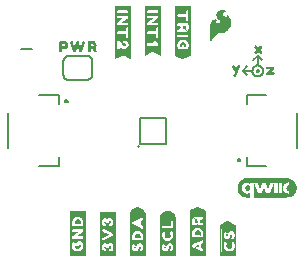
<source format=gto>
G04 EAGLE Gerber RS-274X export*
G75*
%MOMM*%
%FSLAX34Y34*%
%LPD*%
%INSilkscreen Top*%
%IPPOS*%
%AMOC8*
5,1,8,0,0,1.08239X$1,22.5*%
G01*
%ADD10C,0.203200*%
%ADD11C,0.127000*%
%ADD12C,0.100000*%

G36*
X212982Y70413D02*
X212982Y70413D01*
X240479Y70413D01*
X240481Y70414D01*
X240483Y70413D01*
X241010Y70446D01*
X241011Y70446D01*
X241013Y70446D01*
X242065Y70552D01*
X242067Y70554D01*
X242071Y70553D01*
X242587Y70660D01*
X242589Y70662D01*
X242592Y70661D01*
X243603Y70975D01*
X243604Y70977D01*
X243608Y70977D01*
X244093Y71182D01*
X244095Y71184D01*
X244099Y71184D01*
X245028Y71689D01*
X245030Y71692D01*
X245034Y71692D01*
X245468Y71990D01*
X245469Y71993D01*
X245472Y71994D01*
X246288Y72667D01*
X246289Y72670D01*
X246293Y72672D01*
X246658Y73051D01*
X246659Y73053D01*
X246661Y73055D01*
X247334Y73870D01*
X247335Y73874D01*
X247339Y73877D01*
X247620Y74322D01*
X247620Y74324D01*
X247622Y74326D01*
X248127Y75255D01*
X248126Y75259D01*
X248130Y75263D01*
X248316Y75756D01*
X248315Y75758D01*
X248317Y75760D01*
X248631Y76770D01*
X248630Y76774D01*
X248633Y76778D01*
X248718Y77298D01*
X248717Y77299D01*
X248719Y77302D01*
X248825Y78354D01*
X248823Y78357D01*
X248825Y78361D01*
X248817Y78887D01*
X248815Y78889D01*
X248816Y78893D01*
X248710Y79945D01*
X248708Y79947D01*
X248709Y79951D01*
X248607Y80467D01*
X248605Y80469D01*
X248605Y80473D01*
X248292Y81483D01*
X248289Y81485D01*
X248290Y81489D01*
X248088Y81975D01*
X248086Y81977D01*
X248086Y81981D01*
X247581Y82910D01*
X247579Y82912D01*
X247578Y82916D01*
X247283Y83352D01*
X247281Y83353D01*
X247280Y83357D01*
X246607Y84172D01*
X246604Y84173D01*
X246602Y84177D01*
X246225Y84545D01*
X246223Y84546D01*
X246222Y84549D01*
X245406Y85222D01*
X245402Y85222D01*
X245400Y85226D01*
X244956Y85510D01*
X244954Y85510D01*
X244953Y85513D01*
X244023Y86017D01*
X244019Y86017D01*
X244016Y86021D01*
X243524Y86210D01*
X243522Y86210D01*
X243520Y86211D01*
X242510Y86525D01*
X242507Y86524D01*
X242502Y86527D01*
X241984Y86617D01*
X241982Y86616D01*
X241979Y86617D01*
X240927Y86723D01*
X240686Y86748D01*
X240683Y86746D01*
X240680Y86748D01*
X207364Y86748D01*
X206835Y86743D01*
X206833Y86741D01*
X206830Y86742D01*
X205251Y86583D01*
X205247Y86580D01*
X205239Y86581D01*
X203724Y86111D01*
X203720Y86106D01*
X203712Y86106D01*
X202319Y85349D01*
X202316Y85344D01*
X202309Y85342D01*
X201091Y84326D01*
X201089Y84321D01*
X201082Y84317D01*
X200084Y83086D01*
X200084Y83081D01*
X200078Y83076D01*
X199573Y82147D01*
X199574Y82146D01*
X199572Y82145D01*
X199337Y81673D01*
X199338Y81668D01*
X199333Y81663D01*
X199020Y80653D01*
X199020Y80652D01*
X199019Y80651D01*
X198880Y80143D01*
X198881Y80138D01*
X198878Y80132D01*
X198725Y78554D01*
X198728Y78549D01*
X198725Y78541D01*
X198885Y76963D01*
X198888Y76959D01*
X198887Y76951D01*
X199353Y75435D01*
X199357Y75431D01*
X199358Y75423D01*
X200109Y74027D01*
X200114Y74024D01*
X200116Y74017D01*
X200179Y73941D01*
X200386Y73690D01*
X200387Y73690D01*
X200594Y73439D01*
X200802Y73188D01*
X201010Y72937D01*
X201127Y72795D01*
X201133Y72793D01*
X201136Y72786D01*
X202366Y71785D01*
X202371Y71785D01*
X202376Y71779D01*
X203776Y71035D01*
X203781Y71036D01*
X203787Y71030D01*
X205305Y70573D01*
X205310Y70575D01*
X205317Y70571D01*
X206895Y70413D01*
X206898Y70414D01*
X206901Y70413D01*
X209398Y70413D01*
X209417Y70425D01*
X209440Y70429D01*
X209446Y70444D01*
X209455Y70449D01*
X209453Y70460D01*
X209460Y70476D01*
X209459Y70625D01*
X209459Y75008D01*
X209452Y75019D01*
X209454Y75032D01*
X209435Y75045D01*
X209422Y75065D01*
X209409Y75063D01*
X209398Y75071D01*
X209364Y75057D01*
X209355Y75055D01*
X209353Y75052D01*
X209350Y75051D01*
X209128Y74812D01*
X208747Y74458D01*
X208314Y74174D01*
X207842Y73961D01*
X207340Y73835D01*
X206824Y73778D01*
X206303Y73799D01*
X205784Y73848D01*
X205282Y73985D01*
X204791Y74155D01*
X204338Y74409D01*
X203921Y74717D01*
X203534Y75063D01*
X203226Y75482D01*
X202949Y75922D01*
X202734Y76397D01*
X202574Y76892D01*
X202449Y77399D01*
X202350Y78441D01*
X202415Y79485D01*
X202530Y79994D01*
X202663Y80499D01*
X202879Y80972D01*
X203133Y81427D01*
X203439Y81847D01*
X203811Y82208D01*
X204214Y82533D01*
X204668Y82786D01*
X205152Y82974D01*
X205649Y83125D01*
X206690Y83205D01*
X207207Y83156D01*
X207713Y83041D01*
X208195Y82851D01*
X208637Y82582D01*
X209038Y82249D01*
X209353Y81954D01*
X209364Y81952D01*
X209370Y81943D01*
X209395Y81947D01*
X209420Y81942D01*
X209426Y81951D01*
X209437Y81953D01*
X209456Y81994D01*
X209459Y81998D01*
X209458Y81999D01*
X209459Y82000D01*
X209459Y83055D01*
X209463Y83108D01*
X212408Y83108D01*
X212408Y70468D01*
X212420Y70449D01*
X212424Y70426D01*
X212439Y70420D01*
X212444Y70411D01*
X212455Y70413D01*
X212471Y70406D01*
X212982Y70413D01*
G37*
G36*
X152611Y187381D02*
X152611Y187381D01*
X152622Y187376D01*
X158722Y190376D01*
X158725Y190383D01*
X158731Y190382D01*
X159231Y190782D01*
X159235Y190797D01*
X159245Y190805D01*
X159239Y190813D01*
X159249Y190820D01*
X159249Y232520D01*
X159230Y232546D01*
X159230Y232559D01*
X158830Y232859D01*
X158808Y232859D01*
X158800Y232869D01*
X145900Y232869D01*
X145874Y232850D01*
X145861Y232850D01*
X145561Y232450D01*
X145561Y232428D01*
X145551Y232420D01*
X145551Y191020D01*
X145562Y191005D01*
X145558Y190995D01*
X145858Y190495D01*
X145876Y190487D01*
X145878Y190476D01*
X151978Y187476D01*
X151989Y187478D01*
X151992Y187471D01*
X152592Y187371D01*
X152611Y187381D01*
G37*
G36*
X108390Y187475D02*
X108390Y187475D01*
X108441Y187492D01*
X108435Y187509D01*
X108449Y187520D01*
X108449Y232420D01*
X108436Y232438D01*
X108439Y232450D01*
X108139Y232850D01*
X108108Y232859D01*
X108100Y232869D01*
X95200Y232869D01*
X95182Y232856D01*
X95170Y232859D01*
X94770Y232559D01*
X94762Y232528D01*
X94751Y232520D01*
X94751Y187820D01*
X94772Y187792D01*
X94773Y187779D01*
X95073Y187579D01*
X95111Y187581D01*
X95122Y187576D01*
X101119Y190574D01*
X101696Y190767D01*
X107778Y187676D01*
X107783Y187677D01*
X107784Y187673D01*
X108384Y187473D01*
X108386Y187474D01*
X108387Y187473D01*
X108390Y187475D01*
G37*
G36*
X133681Y190276D02*
X133681Y190276D01*
X133737Y190287D01*
X133733Y190304D01*
X133749Y190312D01*
X133849Y190912D01*
X133846Y190917D01*
X133849Y190920D01*
X133849Y232220D01*
X133846Y232225D01*
X133849Y232228D01*
X133749Y232828D01*
X133705Y232869D01*
X133703Y232866D01*
X133700Y232869D01*
X120800Y232869D01*
X120795Y232866D01*
X120792Y232869D01*
X120192Y232769D01*
X120151Y232725D01*
X120154Y232723D01*
X120151Y232720D01*
X120151Y190820D01*
X120160Y190807D01*
X120156Y190798D01*
X120356Y190398D01*
X120409Y190372D01*
X120414Y190380D01*
X120422Y190376D01*
X126419Y193374D01*
X126996Y193567D01*
X133678Y190276D01*
X133679Y190276D01*
X133679Y190275D01*
X133681Y190276D01*
G37*
G36*
X171947Y21167D02*
X171947Y21167D01*
X171942Y21174D01*
X171949Y21180D01*
X171949Y59080D01*
X171930Y59105D01*
X171931Y59118D01*
X171431Y59518D01*
X171423Y59519D01*
X171423Y59524D01*
X165423Y62624D01*
X165401Y62620D01*
X165392Y62629D01*
X164792Y62529D01*
X164785Y62521D01*
X164778Y62524D01*
X158678Y59524D01*
X158673Y59514D01*
X158665Y59515D01*
X158265Y59115D01*
X158262Y59088D01*
X158251Y59080D01*
X158251Y21780D01*
X158254Y21775D01*
X158251Y21772D01*
X158351Y21172D01*
X158395Y21131D01*
X158398Y21134D01*
X158400Y21131D01*
X171900Y21131D01*
X171947Y21167D01*
G37*
G36*
X120826Y21150D02*
X120826Y21150D01*
X120839Y21150D01*
X121139Y21550D01*
X121139Y21558D01*
X121143Y21561D01*
X121139Y21565D01*
X121139Y21572D01*
X121149Y21580D01*
X121149Y55380D01*
X121146Y55384D01*
X121149Y55387D01*
X121049Y56087D01*
X121048Y56088D01*
X121049Y56088D01*
X120949Y56688D01*
X120849Y57387D01*
X120841Y57395D01*
X120844Y57402D01*
X119944Y59202D01*
X119940Y59204D01*
X119941Y59207D01*
X119541Y59807D01*
X119531Y59811D01*
X119531Y59818D01*
X119033Y60217D01*
X118535Y60715D01*
X118531Y60715D01*
X118531Y60718D01*
X118031Y61118D01*
X118023Y61119D01*
X118022Y61124D01*
X116822Y61724D01*
X116815Y61723D01*
X116814Y61727D01*
X116115Y61927D01*
X115516Y62127D01*
X115505Y62123D01*
X115500Y62129D01*
X114803Y62129D01*
X114107Y62229D01*
X114098Y62224D01*
X114093Y62229D01*
X113393Y62129D01*
X113392Y62128D01*
X113392Y62129D01*
X112792Y62029D01*
X112789Y62025D01*
X112786Y62027D01*
X112086Y61827D01*
X112085Y61826D01*
X112084Y61827D01*
X111484Y61627D01*
X111479Y61619D01*
X111473Y61621D01*
X110875Y61223D01*
X110278Y60924D01*
X110275Y60917D01*
X110269Y60918D01*
X109769Y60518D01*
X109768Y60514D01*
X109765Y60515D01*
X109265Y60015D01*
X109265Y60011D01*
X109262Y60011D01*
X108862Y59511D01*
X108861Y59507D01*
X108859Y59507D01*
X108459Y58907D01*
X108459Y58903D01*
X108456Y58902D01*
X107856Y57702D01*
X107857Y57695D01*
X107853Y57694D01*
X107653Y56994D01*
X107654Y56990D01*
X107651Y56988D01*
X107551Y56388D01*
X107552Y56387D01*
X107551Y56387D01*
X107451Y55687D01*
X107454Y55682D01*
X107451Y55680D01*
X107451Y21480D01*
X107470Y21454D01*
X107470Y21441D01*
X107870Y21141D01*
X107892Y21141D01*
X107900Y21131D01*
X120800Y21131D01*
X120826Y21150D01*
G37*
G36*
X70247Y21167D02*
X70247Y21167D01*
X70245Y21170D01*
X70249Y21172D01*
X70349Y21772D01*
X70346Y21777D01*
X70349Y21780D01*
X70349Y58980D01*
X70313Y59027D01*
X70306Y59022D01*
X70300Y59029D01*
X56800Y59029D01*
X56753Y58993D01*
X56755Y58990D01*
X56751Y58988D01*
X56651Y58388D01*
X56654Y58383D01*
X56651Y58380D01*
X56651Y21180D01*
X56687Y21133D01*
X56694Y21138D01*
X56700Y21131D01*
X70200Y21131D01*
X70247Y21167D01*
G37*
G36*
X95538Y21160D02*
X95538Y21160D01*
X95546Y21162D01*
X95746Y21662D01*
X95742Y21675D01*
X95749Y21680D01*
X95749Y58180D01*
X95713Y58227D01*
X95710Y58225D01*
X95708Y58229D01*
X95108Y58329D01*
X95103Y58326D01*
X95100Y58329D01*
X82200Y58329D01*
X82153Y58293D01*
X82155Y58290D01*
X82151Y58288D01*
X82051Y57688D01*
X82054Y57683D01*
X82051Y57680D01*
X82051Y21380D01*
X82080Y21342D01*
X82082Y21334D01*
X82582Y21134D01*
X82595Y21138D01*
X82600Y21131D01*
X95500Y21131D01*
X95538Y21160D01*
G37*
G36*
X146447Y21167D02*
X146447Y21167D01*
X146445Y21170D01*
X146449Y21172D01*
X146549Y21772D01*
X146546Y21777D01*
X146549Y21780D01*
X146549Y52980D01*
X146546Y52984D01*
X146549Y52987D01*
X146449Y53687D01*
X146444Y53692D01*
X146447Y53696D01*
X146247Y54295D01*
X146047Y54994D01*
X146046Y54995D01*
X146047Y54996D01*
X145847Y55596D01*
X145839Y55601D01*
X145841Y55607D01*
X145441Y56207D01*
X145438Y56208D01*
X145438Y56211D01*
X144638Y57211D01*
X144634Y57212D01*
X144635Y57215D01*
X144135Y57715D01*
X144128Y57716D01*
X144127Y57721D01*
X143529Y58120D01*
X143031Y58518D01*
X143023Y58519D01*
X143022Y58524D01*
X142422Y58824D01*
X142415Y58823D01*
X142414Y58827D01*
X141715Y59027D01*
X141116Y59227D01*
X141109Y59225D01*
X141107Y59229D01*
X140407Y59329D01*
X140402Y59326D01*
X140400Y59329D01*
X139000Y59329D01*
X138995Y59326D01*
X138992Y59329D01*
X138392Y59229D01*
X138389Y59225D01*
X138386Y59227D01*
X137686Y59027D01*
X137685Y59026D01*
X137684Y59027D01*
X137084Y58827D01*
X137081Y58822D01*
X137078Y58824D01*
X136478Y58524D01*
X136476Y58520D01*
X136473Y58521D01*
X135873Y58121D01*
X135872Y58118D01*
X135869Y58118D01*
X134869Y57318D01*
X134868Y57314D01*
X134865Y57315D01*
X134365Y56815D01*
X134364Y56808D01*
X134359Y56807D01*
X133959Y56207D01*
X133959Y56203D01*
X133956Y56202D01*
X133356Y55002D01*
X133357Y54997D01*
X133353Y54996D01*
X133153Y54396D01*
X133154Y54394D01*
X133153Y54394D01*
X132953Y53694D01*
X132955Y53689D01*
X132951Y53687D01*
X132851Y52987D01*
X132854Y52982D01*
X132851Y52980D01*
X132851Y21180D01*
X132887Y21133D01*
X132894Y21138D01*
X132900Y21131D01*
X146400Y21131D01*
X146447Y21167D01*
G37*
G36*
X197247Y21167D02*
X197247Y21167D01*
X197245Y21170D01*
X197249Y21172D01*
X197349Y21772D01*
X197346Y21777D01*
X197349Y21780D01*
X197349Y46880D01*
X197333Y46901D01*
X197335Y46915D01*
X196935Y47315D01*
X196924Y47316D01*
X196922Y47324D01*
X190822Y50424D01*
X190806Y50421D01*
X190800Y50429D01*
X190200Y50429D01*
X190187Y50419D01*
X190177Y50424D01*
X184177Y47324D01*
X184174Y47317D01*
X184169Y47318D01*
X183669Y46918D01*
X183665Y46904D01*
X183663Y46902D01*
X183665Y46900D01*
X183662Y46888D01*
X183651Y46880D01*
X183651Y21180D01*
X183687Y21133D01*
X183694Y21138D01*
X183700Y21131D01*
X197200Y21131D01*
X197247Y21167D01*
G37*
G36*
X176213Y203129D02*
X176213Y203129D01*
X176275Y203131D01*
X176297Y203144D01*
X176323Y203148D01*
X176394Y203196D01*
X176427Y203214D01*
X176433Y203222D01*
X176443Y203229D01*
X176943Y203729D01*
X176962Y203760D01*
X177000Y203802D01*
X177276Y204262D01*
X177743Y204729D01*
X177751Y204742D01*
X177766Y204755D01*
X178255Y205341D01*
X179443Y206529D01*
X179450Y206540D01*
X179463Y206551D01*
X180653Y207940D01*
X181610Y208896D01*
X182508Y209435D01*
X183005Y209518D01*
X184874Y209518D01*
X184900Y209524D01*
X184937Y209523D01*
X186137Y209723D01*
X186152Y209730D01*
X186174Y209731D01*
X187274Y210031D01*
X187291Y210040D01*
X187315Y210045D01*
X188315Y210445D01*
X188337Y210460D01*
X188370Y210472D01*
X189370Y211072D01*
X189390Y211092D01*
X189424Y211112D01*
X190224Y211812D01*
X190231Y211821D01*
X190243Y211829D01*
X191043Y212629D01*
X191054Y212647D01*
X191074Y212665D01*
X191774Y213565D01*
X191785Y213588D01*
X191806Y213613D01*
X192806Y215413D01*
X192817Y215449D01*
X192842Y215501D01*
X193342Y217401D01*
X193343Y217433D01*
X193354Y217476D01*
X193454Y219176D01*
X193447Y219212D01*
X193448Y219268D01*
X193148Y220868D01*
X193139Y220889D01*
X193135Y220918D01*
X192635Y222418D01*
X192616Y222449D01*
X192595Y222502D01*
X191895Y223602D01*
X191876Y223621D01*
X191858Y223651D01*
X191633Y223904D01*
X191295Y224284D01*
X191058Y224551D01*
X191026Y224573D01*
X190976Y224620D01*
X190176Y225120D01*
X190146Y225131D01*
X190126Y225145D01*
X190091Y225151D01*
X190046Y225171D01*
X190029Y225171D01*
X190012Y225176D01*
X189980Y225172D01*
X189974Y225172D01*
X189966Y225170D01*
X189943Y225167D01*
X189873Y225165D01*
X189858Y225156D01*
X189840Y225154D01*
X189810Y225134D01*
X189805Y225133D01*
X189791Y225121D01*
X189782Y225115D01*
X189721Y225082D01*
X189711Y225067D01*
X189696Y225057D01*
X189680Y225029D01*
X189672Y225023D01*
X189658Y224992D01*
X189621Y224940D01*
X189618Y224921D01*
X189610Y224907D01*
X189608Y224881D01*
X189601Y224864D01*
X189602Y224839D01*
X189594Y224798D01*
X189594Y223960D01*
X189522Y223744D01*
X189462Y223623D01*
X189269Y223430D01*
X189112Y223378D01*
X188921Y223378D01*
X188207Y223557D01*
X187865Y223728D01*
X187594Y223909D01*
X187224Y224186D01*
X186670Y224740D01*
X186327Y225254D01*
X186254Y225545D01*
X186254Y226036D01*
X186326Y226252D01*
X186404Y226407D01*
X186554Y226633D01*
X186875Y226873D01*
X187198Y227035D01*
X187649Y227125D01*
X187656Y227129D01*
X187666Y227129D01*
X188021Y227218D01*
X188484Y227218D01*
X188604Y227158D01*
X188619Y227154D01*
X188632Y227145D01*
X188766Y227119D01*
X188773Y227118D01*
X188774Y227118D01*
X188874Y227118D01*
X188899Y227124D01*
X188925Y227121D01*
X188983Y227143D01*
X189043Y227157D01*
X189063Y227174D01*
X189087Y227183D01*
X189129Y227228D01*
X189176Y227267D01*
X189187Y227291D01*
X189204Y227310D01*
X189222Y227369D01*
X189247Y227426D01*
X189246Y227451D01*
X189254Y227476D01*
X189243Y227537D01*
X189241Y227599D01*
X189228Y227621D01*
X189224Y227647D01*
X189176Y227718D01*
X189158Y227751D01*
X189150Y227757D01*
X189143Y227767D01*
X189043Y227867D01*
X189023Y227879D01*
X189002Y227902D01*
X188602Y228202D01*
X188576Y228214D01*
X188544Y228238D01*
X187144Y228938D01*
X187132Y228941D01*
X187123Y228947D01*
X187094Y228953D01*
X187057Y228969D01*
X186157Y229169D01*
X186123Y229169D01*
X186074Y229178D01*
X185074Y229178D01*
X185046Y229172D01*
X185006Y229172D01*
X183906Y228972D01*
X183871Y228957D01*
X183814Y228939D01*
X183799Y228935D01*
X183796Y228933D01*
X183792Y228932D01*
X182692Y228332D01*
X182672Y228314D01*
X182641Y228298D01*
X181741Y227598D01*
X181721Y227574D01*
X181652Y227500D01*
X181152Y226700D01*
X181140Y226666D01*
X181113Y226618D01*
X180813Y225718D01*
X180810Y225681D01*
X180794Y225598D01*
X180794Y224798D01*
X180801Y224765D01*
X180803Y224716D01*
X181003Y223816D01*
X181020Y223780D01*
X181042Y223713D01*
X181542Y222813D01*
X181564Y222789D01*
X181588Y222748D01*
X182288Y221948D01*
X182289Y221947D01*
X182290Y221945D01*
X183090Y221045D01*
X183098Y221040D01*
X183105Y221029D01*
X183747Y220387D01*
X183994Y219729D01*
X183994Y219160D01*
X183835Y218683D01*
X183514Y218282D01*
X183018Y217951D01*
X182327Y217778D01*
X181612Y217778D01*
X181183Y217864D01*
X180788Y218022D01*
X180270Y218540D01*
X180119Y218767D01*
X180054Y218960D01*
X180054Y219236D01*
X180106Y219393D01*
X180579Y219866D01*
X180794Y219937D01*
X180814Y219950D01*
X180844Y219958D01*
X181244Y220158D01*
X181273Y220182D01*
X181343Y220229D01*
X181443Y220329D01*
X181456Y220350D01*
X181475Y220366D01*
X181501Y220423D01*
X181534Y220476D01*
X181537Y220501D01*
X181547Y220524D01*
X181545Y220587D01*
X181551Y220649D01*
X181542Y220672D01*
X181541Y220697D01*
X181511Y220752D01*
X181489Y220811D01*
X181471Y220828D01*
X181459Y220850D01*
X181389Y220904D01*
X181362Y220928D01*
X181353Y220931D01*
X181344Y220938D01*
X180944Y221138D01*
X180929Y221142D01*
X180916Y221151D01*
X180782Y221177D01*
X180776Y221178D01*
X180775Y221178D01*
X180774Y221178D01*
X179574Y221178D01*
X179548Y221172D01*
X179512Y221173D01*
X178912Y221073D01*
X178906Y221071D01*
X178899Y221071D01*
X178399Y220971D01*
X178373Y220959D01*
X178333Y220951D01*
X177833Y220751D01*
X177802Y220729D01*
X177746Y220702D01*
X177346Y220402D01*
X177342Y220398D01*
X177336Y220395D01*
X176836Y219995D01*
X176819Y219972D01*
X176748Y219894D01*
X176148Y218894D01*
X176136Y218858D01*
X176108Y218802D01*
X175908Y218102D01*
X175907Y218077D01*
X175897Y218045D01*
X175797Y217245D01*
X175799Y217224D01*
X175794Y217198D01*
X175794Y203498D01*
X175800Y203473D01*
X175797Y203447D01*
X175819Y203390D01*
X175833Y203329D01*
X175850Y203309D01*
X175859Y203285D01*
X175904Y203243D01*
X175943Y203196D01*
X175967Y203185D01*
X175986Y203168D01*
X176045Y203150D01*
X176102Y203125D01*
X176127Y203126D01*
X176152Y203118D01*
X176213Y203129D01*
G37*
%LPC*%
G36*
X218894Y73889D02*
X218894Y73889D01*
X216395Y73889D01*
X216381Y73943D01*
X216379Y73945D01*
X216379Y73948D01*
X213065Y83107D01*
X213164Y83108D01*
X216039Y83108D01*
X216092Y82909D01*
X216093Y82908D01*
X216093Y82907D01*
X217888Y76841D01*
X217898Y76834D01*
X217898Y76828D01*
X217904Y76825D01*
X217908Y76812D01*
X217926Y76809D01*
X217940Y76797D01*
X217957Y76805D01*
X217975Y76802D01*
X217991Y76821D01*
X218002Y76826D01*
X218003Y76835D01*
X218009Y76842D01*
X219774Y82937D01*
X219823Y83108D01*
X222669Y83097D01*
X224487Y76874D01*
X224499Y76863D01*
X224502Y76848D01*
X224523Y76843D01*
X224539Y76829D01*
X224553Y76836D01*
X224568Y76832D01*
X224590Y76853D01*
X224600Y76858D01*
X224601Y76864D01*
X224606Y76868D01*
X224704Y77113D01*
X224704Y77116D01*
X224706Y77119D01*
X226352Y82697D01*
X226476Y83108D01*
X229125Y83108D01*
X229314Y83111D01*
X229349Y83111D01*
X226026Y74047D01*
X225962Y73889D01*
X223025Y73889D01*
X222908Y74246D01*
X221350Y79299D01*
X221349Y79300D01*
X221349Y79303D01*
X221243Y79580D01*
X221230Y79589D01*
X221226Y79604D01*
X221205Y79608D01*
X221188Y79620D01*
X221175Y79612D01*
X221159Y79615D01*
X221139Y79593D01*
X221129Y79587D01*
X221129Y79581D01*
X221125Y79576D01*
X219358Y73889D01*
X218894Y73889D01*
G37*
%LPD*%
G36*
X66051Y193381D02*
X66051Y193381D01*
X66062Y193376D01*
X66662Y193676D01*
X66669Y193689D01*
X66678Y193689D01*
X67078Y194189D01*
X67079Y194202D01*
X67087Y194204D01*
X69487Y201304D01*
X69486Y201306D01*
X69487Y201306D01*
X69687Y202006D01*
X69678Y202030D01*
X69684Y202042D01*
X69484Y202442D01*
X69466Y202451D01*
X69464Y202463D01*
X68764Y202863D01*
X68756Y202862D01*
X68754Y202867D01*
X68054Y203067D01*
X68022Y203055D01*
X68009Y203058D01*
X67509Y202658D01*
X67505Y202644D01*
X67505Y202643D01*
X67505Y202640D01*
X67494Y202637D01*
X65897Y198247D01*
X65762Y198111D01*
X64487Y201936D01*
X64287Y202536D01*
X64268Y202548D01*
X64267Y202561D01*
X63667Y202961D01*
X63642Y202959D01*
X63633Y202969D01*
X62933Y202869D01*
X62923Y202859D01*
X62915Y202862D01*
X62415Y202562D01*
X62407Y202542D01*
X62395Y202539D01*
X62095Y201839D01*
X62095Y201837D01*
X62093Y201836D01*
X60819Y198111D01*
X60683Y198247D01*
X59387Y202136D01*
X59382Y202139D01*
X59384Y202142D01*
X59084Y202742D01*
X59067Y202751D01*
X59065Y202762D01*
X58565Y203062D01*
X58537Y203059D01*
X58526Y203067D01*
X57826Y202867D01*
X57821Y202860D01*
X57816Y202863D01*
X57116Y202463D01*
X57104Y202436D01*
X57092Y202430D01*
X56992Y201930D01*
X56999Y201915D01*
X56993Y201906D01*
X57193Y201206D01*
X57194Y201205D01*
X57193Y201204D01*
X59593Y194104D01*
X59604Y194097D01*
X59602Y194089D01*
X60002Y193589D01*
X60022Y193584D01*
X60026Y193573D01*
X60726Y193373D01*
X60741Y193378D01*
X60748Y193371D01*
X61348Y193471D01*
X61365Y193489D01*
X61378Y193488D01*
X61878Y194088D01*
X61878Y194096D01*
X61879Y194096D01*
X61878Y194097D01*
X61878Y194101D01*
X61887Y194104D01*
X62687Y196404D01*
X62686Y196404D01*
X62687Y196404D01*
X63340Y198364D01*
X64793Y194004D01*
X64807Y193995D01*
X64805Y193985D01*
X65305Y193485D01*
X65327Y193482D01*
X65333Y193471D01*
X66033Y193371D01*
X66051Y193381D01*
G37*
G36*
X73746Y193471D02*
X73746Y193471D01*
X73760Y193484D01*
X73771Y193482D01*
X74271Y193882D01*
X74275Y193897D01*
X74278Y193899D01*
X74276Y193902D01*
X74277Y193906D01*
X74289Y193912D01*
X74389Y194512D01*
X74386Y194517D01*
X74389Y194520D01*
X74389Y195887D01*
X74849Y196071D01*
X76113Y196071D01*
X76596Y195297D01*
X77295Y193700D01*
X77313Y193690D01*
X77315Y193678D01*
X77815Y193378D01*
X77838Y193380D01*
X77847Y193371D01*
X78547Y193471D01*
X78556Y193481D01*
X78564Y193477D01*
X79264Y193877D01*
X79273Y193898D01*
X79286Y193902D01*
X79486Y194402D01*
X79480Y194423D01*
X79487Y194434D01*
X79287Y195134D01*
X79286Y195135D01*
X79287Y195136D01*
X79187Y195436D01*
X79183Y195438D01*
X79185Y195441D01*
X78587Y196735D01*
X78493Y197204D01*
X78975Y197685D01*
X78977Y197701D01*
X78987Y197704D01*
X79187Y198304D01*
X79186Y198306D01*
X79187Y198306D01*
X79387Y199006D01*
X79384Y199016D01*
X79389Y199020D01*
X79389Y199720D01*
X79386Y199724D01*
X79389Y199727D01*
X79289Y200427D01*
X79284Y200432D01*
X79287Y200436D01*
X79087Y201036D01*
X79082Y201039D01*
X79084Y201042D01*
X78784Y201642D01*
X78771Y201649D01*
X78771Y201658D01*
X78271Y202058D01*
X78250Y202059D01*
X78276Y202086D01*
X78282Y202145D01*
X78268Y202147D01*
X78267Y202161D01*
X77667Y202561D01*
X77663Y202561D01*
X77662Y202564D01*
X77062Y202864D01*
X77051Y202862D01*
X77047Y202869D01*
X76348Y202969D01*
X75748Y203069D01*
X75743Y203066D01*
X75740Y203069D01*
X72940Y203069D01*
X72932Y203063D01*
X72926Y203067D01*
X72226Y202867D01*
X72207Y202842D01*
X72194Y202838D01*
X71994Y202338D01*
X71998Y202325D01*
X71991Y202320D01*
X71991Y194120D01*
X71999Y194109D01*
X71994Y194102D01*
X72194Y193602D01*
X72222Y193585D01*
X72226Y193573D01*
X72926Y193373D01*
X72940Y193378D01*
X72946Y193371D01*
X73746Y193471D01*
G37*
%LPC*%
G36*
X59708Y35529D02*
X59708Y35529D01*
X59129Y35722D01*
X58749Y36197D01*
X58749Y36872D01*
X58942Y37451D01*
X59531Y37941D01*
X63230Y40741D01*
X64030Y41341D01*
X64031Y41346D01*
X64035Y41345D01*
X64235Y41545D01*
X64236Y41556D01*
X64237Y41556D01*
X64236Y41557D01*
X64237Y41559D01*
X64247Y41567D01*
X64239Y41577D01*
X64243Y41604D01*
X64216Y41608D01*
X64200Y41629D01*
X59420Y41629D01*
X58749Y42300D01*
X58749Y43066D01*
X59036Y43544D01*
X59514Y43831D01*
X67000Y43831D01*
X67047Y43867D01*
X67045Y43869D01*
X67048Y43871D01*
X67045Y43875D01*
X67049Y43878D01*
X67051Y43909D01*
X67051Y43880D01*
X67087Y43833D01*
X67090Y43835D01*
X67092Y43831D01*
X67676Y43734D01*
X68054Y43357D01*
X68151Y42677D01*
X68151Y42000D01*
X67568Y41417D01*
X62770Y37819D01*
X62766Y37803D01*
X62753Y37793D01*
X62760Y37783D01*
X62754Y37762D01*
X62782Y37754D01*
X62800Y37731D01*
X67491Y37731D01*
X67959Y37543D01*
X68151Y36873D01*
X68151Y36000D01*
X67776Y35626D01*
X67196Y35529D01*
X59708Y35529D01*
G37*
%LPD*%
G36*
X49761Y193387D02*
X49761Y193387D01*
X49775Y193385D01*
X50175Y193785D01*
X50176Y193797D01*
X50181Y193801D01*
X50178Y193806D01*
X50189Y193812D01*
X50289Y194412D01*
X50286Y194417D01*
X50289Y194420D01*
X50289Y195787D01*
X50749Y195971D01*
X52040Y195971D01*
X52044Y195974D01*
X52047Y195971D01*
X52747Y196071D01*
X52752Y196076D01*
X52756Y196073D01*
X53356Y196273D01*
X53361Y196281D01*
X53367Y196279D01*
X53967Y196679D01*
X53968Y196682D01*
X53971Y196682D01*
X54471Y197082D01*
X54473Y197089D01*
X54478Y197089D01*
X54878Y197589D01*
X54879Y197599D01*
X54885Y197601D01*
X55185Y198301D01*
X55185Y198304D01*
X55187Y198304D01*
X55387Y198904D01*
X55383Y198915D01*
X55389Y198920D01*
X55389Y200320D01*
X55380Y200333D01*
X55384Y200342D01*
X54984Y201142D01*
X54977Y201145D01*
X54978Y201151D01*
X54578Y201651D01*
X54574Y201652D01*
X54575Y201655D01*
X54075Y202155D01*
X54068Y202156D01*
X54067Y202161D01*
X53467Y202561D01*
X53463Y202561D01*
X53462Y202564D01*
X52862Y202864D01*
X52852Y202862D01*
X52848Y202869D01*
X52248Y202969D01*
X52243Y202966D01*
X52240Y202969D01*
X48740Y202969D01*
X48731Y202962D01*
X48724Y202967D01*
X48124Y202767D01*
X48107Y202742D01*
X48094Y202738D01*
X47894Y202238D01*
X47898Y202225D01*
X47891Y202220D01*
X47891Y194020D01*
X47904Y194002D01*
X47901Y193990D01*
X48201Y193590D01*
X48222Y193584D01*
X48226Y193573D01*
X48926Y193373D01*
X48936Y193376D01*
X48940Y193371D01*
X49740Y193371D01*
X49761Y193387D01*
G37*
%LPC*%
G36*
X123503Y216269D02*
X123503Y216269D01*
X122820Y216367D01*
X122446Y216647D01*
X122349Y217423D01*
X122349Y218100D01*
X122932Y218683D01*
X127630Y222281D01*
X127634Y222297D01*
X127647Y222307D01*
X127640Y222317D01*
X127646Y222338D01*
X127618Y222346D01*
X127600Y222369D01*
X123009Y222369D01*
X122540Y222557D01*
X122349Y223128D01*
X122349Y224003D01*
X122724Y224471D01*
X130796Y224471D01*
X131373Y224375D01*
X131751Y223903D01*
X131751Y223228D01*
X131557Y222647D01*
X131068Y222158D01*
X127271Y219360D01*
X127271Y219359D01*
X127270Y219359D01*
X126470Y218759D01*
X126469Y218754D01*
X126465Y218755D01*
X126265Y218555D01*
X126263Y218541D01*
X126253Y218533D01*
X126261Y218523D01*
X126257Y218496D01*
X126284Y218492D01*
X126300Y218471D01*
X131080Y218471D01*
X131751Y217800D01*
X131751Y217034D01*
X131466Y216560D01*
X130982Y216366D01*
X130966Y216340D01*
X130963Y216337D01*
X130964Y216336D01*
X130954Y216320D01*
X130951Y216317D01*
X130953Y216269D01*
X123503Y216269D01*
G37*
%LPD*%
%LPC*%
G36*
X97908Y216269D02*
X97908Y216269D01*
X97327Y216463D01*
X96949Y216840D01*
X96949Y217616D01*
X97046Y218196D01*
X97632Y218783D01*
X102030Y222081D01*
X102031Y222086D01*
X102035Y222085D01*
X102235Y222285D01*
X102237Y222299D01*
X102247Y222307D01*
X102239Y222317D01*
X102243Y222344D01*
X102216Y222348D01*
X102200Y222369D01*
X97514Y222369D01*
X97046Y222650D01*
X96950Y223420D01*
X97046Y224193D01*
X97416Y224471D01*
X105595Y224471D01*
X106065Y224377D01*
X106351Y223710D01*
X106351Y223034D01*
X106061Y222551D01*
X105468Y221958D01*
X102772Y220060D01*
X102771Y220060D01*
X100971Y218760D01*
X100954Y218703D01*
X100958Y218702D01*
X100956Y218698D01*
X101056Y218498D01*
X101093Y218480D01*
X101100Y218471D01*
X105885Y218471D01*
X106158Y218289D01*
X106351Y217613D01*
X106351Y216937D01*
X105971Y216462D01*
X105392Y216269D01*
X97908Y216269D01*
G37*
%LPD*%
%LPC*%
G36*
X59608Y45929D02*
X59608Y45929D01*
X59030Y46122D01*
X58749Y46496D01*
X58749Y49776D01*
X58848Y50369D01*
X59046Y51062D01*
X59343Y51657D01*
X59640Y52151D01*
X60135Y52745D01*
X60631Y53142D01*
X61127Y53538D01*
X61718Y53834D01*
X62410Y54032D01*
X63103Y54131D01*
X63796Y54131D01*
X64389Y54032D01*
X65082Y53834D01*
X65677Y53537D01*
X66171Y53240D01*
X66765Y52745D01*
X67162Y52249D01*
X67558Y51753D01*
X67854Y51162D01*
X68052Y50469D01*
X68151Y49876D01*
X68151Y47083D01*
X68053Y46400D01*
X67773Y46026D01*
X67097Y45929D01*
X60827Y45929D01*
X61339Y48131D01*
X65300Y48131D01*
X65305Y48134D01*
X65308Y48131D01*
X65908Y48231D01*
X65949Y48275D01*
X65946Y48278D01*
X65949Y48280D01*
X65949Y50280D01*
X65942Y50289D01*
X65947Y50296D01*
X65847Y50596D01*
X65833Y50605D01*
X65835Y50615D01*
X65335Y51115D01*
X65331Y51115D01*
X65331Y51118D01*
X64831Y51518D01*
X64823Y51519D01*
X64822Y51524D01*
X64222Y51824D01*
X64211Y51822D01*
X64207Y51829D01*
X63507Y51929D01*
X63498Y51924D01*
X63493Y51929D01*
X62793Y51829D01*
X62785Y51821D01*
X62778Y51824D01*
X62178Y51524D01*
X62175Y51517D01*
X62169Y51518D01*
X61669Y51118D01*
X61667Y51111D01*
X61662Y51111D01*
X61262Y50611D01*
X61261Y50603D01*
X61256Y50602D01*
X60956Y50002D01*
X60959Y49986D01*
X60951Y49980D01*
X60951Y48580D01*
X60964Y48562D01*
X60961Y48550D01*
X61247Y48169D01*
X60726Y45929D01*
X59608Y45929D01*
G37*
%LPD*%
%LPC*%
G36*
X149604Y195869D02*
X149604Y195869D01*
X149027Y195966D01*
X148638Y196451D01*
X148242Y196947D01*
X147947Y197535D01*
X147849Y198127D01*
X147749Y198923D01*
X147749Y200312D01*
X147946Y200901D01*
X148243Y201495D01*
X148640Y202091D01*
X149037Y202587D01*
X149531Y203082D01*
X150125Y203477D01*
X150719Y203774D01*
X151311Y203972D01*
X152007Y204071D01*
X152700Y204170D01*
X153392Y204071D01*
X153985Y203973D01*
X154578Y203676D01*
X154592Y203679D01*
X154597Y203673D01*
X154601Y203673D01*
X154615Y203683D01*
X154636Y203687D01*
X154635Y203695D01*
X154643Y203696D01*
X154659Y203725D01*
X154666Y203684D01*
X154674Y203685D01*
X154675Y203678D01*
X155174Y203378D01*
X155769Y202982D01*
X156263Y202487D01*
X156658Y201993D01*
X156956Y201398D01*
X157252Y200805D01*
X157351Y200113D01*
X157352Y200112D01*
X157351Y200112D01*
X157451Y199516D01*
X157451Y198827D01*
X157253Y198135D01*
X157054Y197539D01*
X156757Y196945D01*
X156366Y196358D01*
X155800Y196075D01*
X155229Y196361D01*
X154644Y196945D01*
X154552Y197315D01*
X155145Y198599D01*
X155143Y198610D01*
X155149Y198613D01*
X155249Y199313D01*
X155244Y199322D01*
X155249Y199327D01*
X155149Y200027D01*
X155144Y200032D01*
X155147Y200036D01*
X154947Y200636D01*
X154936Y200643D01*
X154938Y200651D01*
X154538Y201151D01*
X154531Y201153D01*
X154531Y201158D01*
X154031Y201558D01*
X154023Y201559D01*
X154022Y201564D01*
X153422Y201864D01*
X153410Y201862D01*
X153406Y201869D01*
X152606Y201969D01*
X152598Y201964D01*
X152593Y201969D01*
X151893Y201869D01*
X151885Y201861D01*
X151878Y201864D01*
X151278Y201564D01*
X151275Y201557D01*
X151269Y201558D01*
X150769Y201158D01*
X150768Y201154D01*
X150765Y201155D01*
X150265Y200655D01*
X150263Y200641D01*
X150259Y200638D01*
X150253Y200636D01*
X150053Y200036D01*
X150055Y200029D01*
X150051Y200027D01*
X149951Y199327D01*
X149954Y199322D01*
X149951Y199320D01*
X149951Y198620D01*
X149962Y198605D01*
X149958Y198595D01*
X150258Y198095D01*
X150292Y198081D01*
X150300Y198071D01*
X151600Y198071D01*
X151647Y198107D01*
X151643Y198112D01*
X151649Y198116D01*
X151748Y199401D01*
X152124Y199871D01*
X152792Y199871D01*
X153360Y199682D01*
X153551Y199013D01*
X153551Y197026D01*
X153356Y196245D01*
X153077Y195966D01*
X152397Y195869D01*
X149604Y195869D01*
G37*
%LPD*%
%LPC*%
G36*
X63203Y24929D02*
X63203Y24929D01*
X61811Y25128D01*
X61222Y25325D01*
X60629Y25720D01*
X60133Y26117D01*
X59637Y26613D01*
X59242Y27107D01*
X58944Y27702D01*
X58648Y28295D01*
X58549Y28987D01*
X58450Y29679D01*
X58549Y30272D01*
X58548Y30273D01*
X58549Y30273D01*
X58648Y30969D01*
X58846Y31561D01*
X59143Y32155D01*
X59532Y32739D01*
X60100Y32928D01*
X60673Y32737D01*
X61255Y32156D01*
X61348Y31687D01*
X60756Y30502D01*
X60758Y30491D01*
X60751Y30487D01*
X60651Y29787D01*
X60656Y29778D01*
X60651Y29773D01*
X60751Y29073D01*
X60756Y29068D01*
X60753Y29064D01*
X60953Y28464D01*
X60961Y28459D01*
X60959Y28453D01*
X61359Y27853D01*
X61369Y27849D01*
X61369Y27842D01*
X61869Y27442D01*
X61883Y27441D01*
X61886Y27433D01*
X62586Y27233D01*
X62591Y27235D01*
X62593Y27231D01*
X63293Y27131D01*
X63302Y27136D01*
X63307Y27131D01*
X64007Y27231D01*
X64012Y27236D01*
X64016Y27233D01*
X64616Y27433D01*
X64623Y27444D01*
X64631Y27442D01*
X65131Y27842D01*
X65133Y27849D01*
X65138Y27848D01*
X65638Y28448D01*
X65638Y28456D01*
X65638Y28462D01*
X65647Y28464D01*
X65847Y29064D01*
X65845Y29070D01*
X65849Y29072D01*
X65949Y29672D01*
X65946Y29677D01*
X65949Y29680D01*
X65949Y30380D01*
X65940Y30393D01*
X65944Y30402D01*
X65644Y31002D01*
X65607Y31021D01*
X65600Y31029D01*
X64300Y31029D01*
X64253Y30993D01*
X64257Y30988D01*
X64251Y30984D01*
X64152Y29602D01*
X63780Y29229D01*
X63108Y29229D01*
X62539Y29419D01*
X62349Y29988D01*
X62349Y32173D01*
X62543Y32851D01*
X62920Y33133D01*
X63603Y33231D01*
X66292Y33231D01*
X66873Y33037D01*
X67361Y32550D01*
X67657Y32057D01*
X67953Y31465D01*
X68051Y30873D01*
X68151Y30077D01*
X68151Y29383D01*
X68051Y28688D01*
X67953Y28095D01*
X67657Y27505D01*
X67262Y26911D01*
X66270Y25919D01*
X65777Y25623D01*
X65182Y25326D01*
X64486Y25127D01*
X64485Y25126D01*
X64484Y25127D01*
X63892Y24929D01*
X63203Y24929D01*
G37*
%LPD*%
%LPC*%
G36*
X97230Y196065D02*
X97230Y196065D01*
X96949Y196534D01*
X96949Y201917D01*
X97047Y202600D01*
X97429Y203078D01*
X98005Y203270D01*
X98682Y203173D01*
X99271Y202780D01*
X99763Y202386D01*
X100158Y201794D01*
X101158Y200095D01*
X101160Y200094D01*
X101159Y200093D01*
X101559Y199493D01*
X101566Y199490D01*
X101565Y199485D01*
X102065Y198985D01*
X102077Y198984D01*
X102078Y198976D01*
X102678Y198676D01*
X102689Y198678D01*
X102692Y198671D01*
X103292Y198571D01*
X103315Y198583D01*
X103327Y198579D01*
X103927Y198979D01*
X103932Y198994D01*
X103942Y198995D01*
X104242Y199495D01*
X104240Y199513D01*
X104249Y199520D01*
X104249Y200220D01*
X104235Y200239D01*
X104238Y200252D01*
X103738Y200852D01*
X103719Y200856D01*
X103716Y200867D01*
X103116Y201067D01*
X103107Y201064D01*
X103104Y201064D01*
X103100Y201069D01*
X102420Y201069D01*
X102046Y201443D01*
X101950Y202120D01*
X102046Y202893D01*
X102420Y203173D01*
X103100Y203270D01*
X103789Y203172D01*
X104381Y202974D01*
X104973Y202678D01*
X105467Y202283D01*
X105959Y201791D01*
X106254Y201201D01*
X106451Y200612D01*
X106451Y199128D01*
X106254Y198539D01*
X105958Y197947D01*
X105563Y197453D01*
X105071Y196961D01*
X104481Y196666D01*
X103889Y196468D01*
X103197Y196369D01*
X102507Y196369D01*
X101818Y196566D01*
X101227Y196862D01*
X100735Y197255D01*
X100238Y197851D01*
X99842Y198347D01*
X99544Y198942D01*
X99541Y198943D01*
X99542Y198945D01*
X99242Y199445D01*
X99225Y199452D01*
X99213Y199467D01*
X99204Y199461D01*
X99187Y199468D01*
X99175Y199439D01*
X99151Y199420D01*
X99151Y197123D01*
X99054Y196446D01*
X98580Y196067D01*
X97900Y195970D01*
X97230Y196065D01*
G37*
%LPD*%
%LPC*%
G36*
X90516Y46029D02*
X90516Y46029D01*
X90144Y46309D01*
X89950Y47083D01*
X90046Y47757D01*
X90429Y48139D01*
X91022Y48436D01*
X91030Y48452D01*
X91041Y48453D01*
X91441Y49053D01*
X91440Y49073D01*
X91449Y49080D01*
X91449Y49880D01*
X91442Y49889D01*
X91447Y49896D01*
X91247Y50496D01*
X91230Y50507D01*
X91231Y50518D01*
X90731Y50918D01*
X90709Y50919D01*
X90703Y50927D01*
X90694Y50927D01*
X90692Y50929D01*
X90092Y50829D01*
X90073Y50808D01*
X90059Y50807D01*
X89659Y50207D01*
X89659Y50203D01*
X89658Y50202D01*
X89660Y50200D01*
X89660Y50192D01*
X89651Y50187D01*
X89551Y49488D01*
X89455Y48911D01*
X88986Y48629D01*
X88108Y48629D01*
X87543Y48818D01*
X87449Y49288D01*
X87349Y50185D01*
X87339Y50196D01*
X87342Y50205D01*
X87042Y50705D01*
X86998Y50723D01*
X86992Y50729D01*
X86392Y50629D01*
X86369Y50605D01*
X86356Y50602D01*
X86056Y50002D01*
X86059Y49986D01*
X86051Y49980D01*
X86051Y49280D01*
X86063Y49264D01*
X86059Y49253D01*
X86459Y48653D01*
X86469Y48649D01*
X86469Y48642D01*
X86962Y48247D01*
X87248Y47770D01*
X87153Y47198D01*
X86768Y46621D01*
X86196Y46431D01*
X85618Y46527D01*
X85031Y46918D01*
X84541Y47409D01*
X84244Y48002D01*
X83948Y48595D01*
X83849Y49283D01*
X83849Y51160D01*
X84833Y52143D01*
X85327Y52538D01*
X85915Y52832D01*
X86603Y52931D01*
X87288Y52931D01*
X87868Y52641D01*
X88262Y52149D01*
X88304Y52138D01*
X88312Y52132D01*
X88712Y52232D01*
X88724Y52247D01*
X88735Y52245D01*
X89229Y52739D01*
X89815Y53033D01*
X90404Y53131D01*
X91093Y53131D01*
X91777Y52935D01*
X92267Y52543D01*
X92763Y52047D01*
X93156Y51556D01*
X93353Y50965D01*
X93551Y50273D01*
X93551Y48887D01*
X93353Y48195D01*
X93156Y47604D01*
X92762Y47111D01*
X92366Y46617D01*
X91779Y46225D01*
X91093Y46029D01*
X90516Y46029D01*
G37*
%LPD*%
%LPC*%
G36*
X90237Y25120D02*
X90237Y25120D01*
X90048Y25592D01*
X89951Y26469D01*
X90235Y26942D01*
X90822Y27236D01*
X90827Y27246D01*
X90835Y27245D01*
X91235Y27645D01*
X91237Y27659D01*
X91245Y27665D01*
X91247Y27666D01*
X91447Y28366D01*
X91442Y28380D01*
X91449Y28386D01*
X91349Y29186D01*
X91339Y29197D01*
X91342Y29205D01*
X91042Y29705D01*
X91014Y29717D01*
X91008Y29729D01*
X90408Y29829D01*
X90385Y29817D01*
X90373Y29821D01*
X89773Y29421D01*
X89765Y29400D01*
X89753Y29396D01*
X89553Y28796D01*
X89557Y28785D01*
X89551Y28780D01*
X89551Y28094D01*
X89270Y27625D01*
X88599Y27530D01*
X87727Y27627D01*
X87447Y28000D01*
X87349Y28686D01*
X87249Y29486D01*
X87212Y29524D01*
X87210Y29528D01*
X86710Y29628D01*
X86682Y29615D01*
X86669Y29618D01*
X86169Y29218D01*
X86163Y29194D01*
X86151Y29188D01*
X86051Y28588D01*
X86055Y28581D01*
X86054Y28581D01*
X86056Y28578D01*
X86051Y28573D01*
X86151Y27873D01*
X86170Y27855D01*
X86169Y27842D01*
X86669Y27442D01*
X87251Y26957D01*
X87251Y26392D01*
X86961Y25812D01*
X86483Y25429D01*
X85908Y25429D01*
X85324Y25624D01*
X84735Y26115D01*
X84343Y26606D01*
X84048Y27294D01*
X83949Y27888D01*
X83849Y28583D01*
X83849Y29964D01*
X84137Y30348D01*
X84633Y30843D01*
X85129Y31240D01*
X85722Y31635D01*
X86312Y31832D01*
X86897Y31930D01*
X87577Y31735D01*
X88067Y31343D01*
X88465Y30945D01*
X88492Y30942D01*
X88499Y30932D01*
X88501Y30932D01*
X88511Y30939D01*
X88524Y30937D01*
X88525Y30946D01*
X88535Y30945D01*
X89033Y31443D01*
X89524Y31836D01*
X90108Y32031D01*
X90797Y32031D01*
X91485Y31932D01*
X92073Y31638D01*
X92565Y31245D01*
X92958Y30753D01*
X93254Y30161D01*
X93452Y29569D01*
X93551Y28877D01*
X93551Y28083D01*
X93452Y27391D01*
X93254Y26799D01*
X92959Y26209D01*
X92072Y25322D01*
X91386Y25028D01*
X90804Y24931D01*
X90237Y25120D01*
G37*
%LPD*%
%LPC*%
G36*
X141537Y25314D02*
X141537Y25314D01*
X141149Y25895D01*
X141149Y26462D01*
X142038Y27549D01*
X142039Y27559D01*
X142045Y27561D01*
X142345Y28261D01*
X142340Y28283D01*
X142347Y28294D01*
X142147Y28994D01*
X142133Y29004D01*
X142135Y29015D01*
X141735Y29415D01*
X141714Y29418D01*
X141708Y29429D01*
X141108Y29529D01*
X141074Y29510D01*
X141062Y29511D01*
X140662Y29011D01*
X140661Y28997D01*
X140653Y28994D01*
X140453Y28294D01*
X140454Y28290D01*
X140451Y28288D01*
X140352Y27694D01*
X140055Y26999D01*
X140056Y26996D01*
X140053Y26996D01*
X139856Y26404D01*
X139463Y25913D01*
X138974Y25424D01*
X138289Y25228D01*
X137696Y25129D01*
X137007Y25129D01*
X136320Y25326D01*
X135831Y25619D01*
X135337Y26113D01*
X134945Y26603D01*
X134748Y27290D01*
X134649Y27983D01*
X134649Y28677D01*
X134748Y29367D01*
X135044Y30058D01*
X135339Y30550D01*
X135828Y31038D01*
X136294Y31225D01*
X136869Y30842D01*
X137351Y30360D01*
X137351Y29793D01*
X136657Y28605D01*
X136660Y28585D01*
X136654Y28581D01*
X136656Y28578D01*
X136651Y28573D01*
X136751Y27873D01*
X136764Y27860D01*
X136762Y27849D01*
X137162Y27349D01*
X137192Y27342D01*
X137196Y27336D01*
X137200Y27331D01*
X137800Y27331D01*
X137828Y27352D01*
X137841Y27353D01*
X138241Y27953D01*
X138241Y27960D01*
X138245Y27963D01*
X138244Y27965D01*
X138247Y27966D01*
X138847Y29966D01*
X139044Y30556D01*
X139435Y31045D01*
X139924Y31436D01*
X140511Y31632D01*
X141203Y31731D01*
X141992Y31731D01*
X142578Y31535D01*
X143171Y31140D01*
X143661Y30748D01*
X143956Y30158D01*
X144252Y29565D01*
X144351Y28877D01*
X144351Y27488D01*
X144154Y26899D01*
X143859Y26307D01*
X143363Y25713D01*
X142968Y25317D01*
X142580Y25027D01*
X142014Y24932D01*
X141537Y25314D01*
G37*
%LPD*%
%LPC*%
G36*
X110112Y34129D02*
X110112Y34129D01*
X109742Y34314D01*
X109549Y35086D01*
X109549Y38173D01*
X109747Y38865D01*
X109946Y39461D01*
X110243Y40055D01*
X110638Y40649D01*
X111133Y41143D01*
X111627Y41538D01*
X112219Y41834D01*
X112815Y42033D01*
X113507Y42231D01*
X114892Y42231D01*
X115484Y42033D01*
X115486Y42034D01*
X115486Y42033D01*
X116182Y41834D01*
X116773Y41538D01*
X117267Y41143D01*
X117763Y40647D01*
X118160Y40151D01*
X118555Y39558D01*
X118753Y38964D01*
X118934Y38421D01*
X116728Y38133D01*
X116344Y38902D01*
X116337Y38905D01*
X116338Y38911D01*
X115938Y39411D01*
X115928Y39413D01*
X115927Y39421D01*
X115327Y39821D01*
X115318Y39820D01*
X115316Y39827D01*
X114716Y40027D01*
X114705Y40023D01*
X114700Y40029D01*
X114000Y40029D01*
X113992Y40023D01*
X113986Y40027D01*
X113286Y39827D01*
X113282Y39822D01*
X113278Y39824D01*
X112678Y39524D01*
X112671Y39511D01*
X112662Y39511D01*
X112262Y39011D01*
X112261Y39007D01*
X112259Y39007D01*
X111859Y38407D01*
X111860Y38393D01*
X111851Y38388D01*
X111751Y37788D01*
X111754Y37783D01*
X111751Y37780D01*
X111751Y36380D01*
X111787Y36333D01*
X111794Y36338D01*
X111800Y36331D01*
X116350Y36331D01*
X116302Y34129D01*
X110112Y34129D01*
G37*
%LPD*%
%LPC*%
G36*
X194348Y35189D02*
X194348Y35189D01*
X194319Y35216D01*
X194316Y35227D01*
X193732Y35421D01*
X193349Y35995D01*
X193349Y36568D01*
X193641Y37151D01*
X194135Y37645D01*
X194137Y37658D01*
X194137Y37659D01*
X194145Y37661D01*
X194445Y38361D01*
X194441Y38379D01*
X194449Y38387D01*
X194349Y39087D01*
X194339Y39097D01*
X194342Y39105D01*
X194042Y39605D01*
X194014Y39617D01*
X194008Y39629D01*
X193408Y39729D01*
X193382Y39715D01*
X193369Y39718D01*
X192869Y39318D01*
X192864Y39299D01*
X192853Y39296D01*
X192653Y38696D01*
X192655Y38689D01*
X192651Y38687D01*
X192552Y37995D01*
X192256Y37402D01*
X192257Y37398D01*
X192254Y37397D01*
X192256Y37395D01*
X192253Y37394D01*
X192055Y36703D01*
X191663Y36213D01*
X191171Y35721D01*
X190585Y35427D01*
X189996Y35329D01*
X189307Y35329D01*
X188618Y35526D01*
X188027Y35822D01*
X187538Y36213D01*
X187243Y36703D01*
X186948Y37295D01*
X186849Y37983D01*
X186849Y38777D01*
X186948Y39470D01*
X187146Y40160D01*
X187442Y40654D01*
X187833Y41240D01*
X188298Y41426D01*
X188873Y41139D01*
X189455Y40653D01*
X189549Y40185D01*
X189257Y39506D01*
X188862Y39011D01*
X188861Y38988D01*
X188851Y38980D01*
X188851Y38280D01*
X188860Y38267D01*
X188856Y38258D01*
X189156Y37658D01*
X189187Y37643D01*
X189193Y37631D01*
X189893Y37531D01*
X189897Y37533D01*
X189898Y37531D01*
X189900Y37531D01*
X189921Y37547D01*
X189926Y37550D01*
X189938Y37549D01*
X190338Y38049D01*
X190339Y38057D01*
X190342Y38059D01*
X190340Y38062D01*
X190347Y38064D01*
X190747Y39264D01*
X190746Y39267D01*
X190748Y39268D01*
X190947Y40066D01*
X191145Y40659D01*
X191438Y41147D01*
X192026Y41637D01*
X192513Y41832D01*
X193203Y41931D01*
X193996Y41931D01*
X194582Y41833D01*
X195171Y41440D01*
X195665Y41045D01*
X196057Y40554D01*
X196352Y39866D01*
X196451Y39272D01*
X196551Y38577D01*
X196551Y37888D01*
X196354Y37299D01*
X196056Y36703D01*
X195661Y36010D01*
X195270Y35619D01*
X194778Y35324D01*
X194355Y35155D01*
X194348Y35189D01*
G37*
%LPD*%
%LPC*%
G36*
X116233Y25218D02*
X116233Y25218D01*
X115749Y25798D01*
X115749Y26363D01*
X116138Y26849D01*
X116139Y26853D01*
X116141Y26853D01*
X116941Y28053D01*
X116941Y28059D01*
X116944Y28062D01*
X116940Y28067D01*
X116940Y28077D01*
X116949Y28086D01*
X116849Y28886D01*
X116839Y28897D01*
X116842Y28905D01*
X116542Y29405D01*
X116514Y29417D01*
X116507Y29429D01*
X115807Y29529D01*
X115782Y29515D01*
X115769Y29518D01*
X115269Y29118D01*
X115264Y29099D01*
X115253Y29096D01*
X115053Y28496D01*
X115055Y28489D01*
X115051Y28487D01*
X114952Y27791D01*
X114754Y27198D01*
X114456Y26502D01*
X114161Y26011D01*
X113671Y25521D01*
X113085Y25228D01*
X112397Y25129D01*
X111704Y25129D01*
X111115Y25227D01*
X110529Y25521D01*
X110037Y26013D01*
X109644Y26504D01*
X109447Y27095D01*
X109249Y27787D01*
X109249Y28477D01*
X109348Y29170D01*
X109546Y29862D01*
X109842Y30453D01*
X110233Y30942D01*
X110702Y31224D01*
X111273Y30939D01*
X111859Y30450D01*
X112047Y29981D01*
X111757Y29306D01*
X111362Y28811D01*
X111361Y28792D01*
X111351Y28787D01*
X111251Y28087D01*
X111261Y28069D01*
X111256Y28058D01*
X111556Y27458D01*
X111587Y27443D01*
X111593Y27431D01*
X112293Y27331D01*
X112302Y27336D01*
X112306Y27336D01*
X112315Y27343D01*
X112321Y27347D01*
X112335Y27345D01*
X112735Y27745D01*
X112736Y27757D01*
X112744Y27758D01*
X113044Y28358D01*
X113042Y28369D01*
X113049Y28373D01*
X113148Y29070D01*
X113347Y29765D01*
X113546Y30361D01*
X113838Y30946D01*
X114426Y31338D01*
X114917Y31633D01*
X115603Y31731D01*
X116300Y31731D01*
X116347Y31767D01*
X116342Y31774D01*
X116349Y31779D01*
X116398Y34031D01*
X116400Y34031D01*
X116351Y31781D01*
X116384Y31736D01*
X116384Y31733D01*
X116981Y31534D01*
X117573Y31238D01*
X118065Y30845D01*
X118458Y30353D01*
X118754Y29762D01*
X118951Y29073D01*
X118951Y27783D01*
X118852Y27095D01*
X118557Y26505D01*
X118162Y25911D01*
X117668Y25417D01*
X117277Y25124D01*
X116706Y24934D01*
X116233Y25218D01*
G37*
%LPD*%
%LPC*%
G36*
X160820Y36729D02*
X160820Y36729D01*
X160448Y37102D01*
X160349Y38282D01*
X160349Y40277D01*
X160548Y41669D01*
X160744Y42256D01*
X161138Y42749D01*
X161139Y42753D01*
X161141Y42753D01*
X161538Y43349D01*
X162033Y43843D01*
X162527Y44238D01*
X163118Y44534D01*
X163811Y44732D01*
X164408Y44831D01*
X165100Y44930D01*
X165793Y44831D01*
X166485Y44732D01*
X167078Y44436D01*
X167673Y44138D01*
X168167Y43743D01*
X168662Y43249D01*
X169058Y42654D01*
X169331Y42199D01*
X167509Y41240D01*
X167037Y41713D01*
X166638Y42211D01*
X166624Y42214D01*
X166622Y42224D01*
X166022Y42524D01*
X166011Y42522D01*
X166007Y42529D01*
X165307Y42629D01*
X165302Y42626D01*
X165300Y42629D01*
X164600Y42629D01*
X164591Y42622D01*
X164584Y42627D01*
X163984Y42427D01*
X163981Y42422D01*
X163978Y42424D01*
X163378Y42124D01*
X163371Y42111D01*
X163362Y42111D01*
X162962Y41611D01*
X162961Y41603D01*
X162956Y41602D01*
X162656Y41002D01*
X162657Y40995D01*
X162652Y40992D01*
X162655Y40989D01*
X162651Y40987D01*
X162551Y40287D01*
X162554Y40282D01*
X162551Y40280D01*
X162551Y39580D01*
X162554Y39575D01*
X162551Y39572D01*
X162651Y38972D01*
X162695Y38931D01*
X162698Y38934D01*
X162700Y38931D01*
X167362Y38931D01*
X167924Y36729D01*
X160820Y36729D01*
G37*
%LPD*%
%LPC*%
G36*
X191403Y24929D02*
X191403Y24929D01*
X190711Y25028D01*
X190116Y25227D01*
X190114Y25226D01*
X190114Y25227D01*
X189423Y25425D01*
X188931Y25818D01*
X188433Y26217D01*
X187937Y26713D01*
X187538Y27211D01*
X187501Y27220D01*
X187529Y27240D01*
X187538Y27269D01*
X187544Y27274D01*
X187541Y27278D01*
X187546Y27297D01*
X187542Y27298D01*
X187544Y27302D01*
X187246Y27898D01*
X187048Y28591D01*
X186949Y29188D01*
X186850Y29879D01*
X186949Y30472D01*
X186948Y30473D01*
X186949Y30473D01*
X187048Y31167D01*
X187344Y31858D01*
X187642Y32354D01*
X188029Y32935D01*
X188591Y33029D01*
X189270Y32641D01*
X189755Y32156D01*
X189848Y31690D01*
X189459Y31107D01*
X189459Y31103D01*
X189456Y31102D01*
X189156Y30502D01*
X189158Y30491D01*
X189151Y30487D01*
X189051Y29787D01*
X189057Y29777D01*
X189051Y29772D01*
X189151Y29172D01*
X189158Y29166D01*
X189155Y29161D01*
X189455Y28461D01*
X189463Y28456D01*
X189462Y28449D01*
X189862Y27949D01*
X189866Y27948D01*
X189865Y27945D01*
X190365Y27445D01*
X190381Y27443D01*
X190384Y27433D01*
X190984Y27233D01*
X190991Y27235D01*
X190993Y27231D01*
X191693Y27131D01*
X191702Y27136D01*
X191707Y27131D01*
X192407Y27231D01*
X192412Y27236D01*
X192416Y27233D01*
X193016Y27433D01*
X193023Y27444D01*
X193031Y27442D01*
X193531Y27842D01*
X193533Y27852D01*
X193541Y27853D01*
X193941Y28453D01*
X193941Y28457D01*
X193944Y28458D01*
X194244Y29058D01*
X194242Y29069D01*
X194249Y29073D01*
X194349Y29773D01*
X194343Y29783D01*
X194349Y29788D01*
X194249Y30388D01*
X194245Y30391D01*
X194247Y30394D01*
X194047Y31094D01*
X194037Y31101D01*
X194039Y31110D01*
X193746Y31501D01*
X193653Y31967D01*
X194034Y32444D01*
X194716Y32931D01*
X195280Y32931D01*
X195761Y32450D01*
X196055Y31959D01*
X196253Y31366D01*
X196452Y30570D01*
X196551Y29976D01*
X196551Y29287D01*
X196353Y28595D01*
X196154Y27999D01*
X195559Y26809D01*
X195067Y26317D01*
X194569Y25918D01*
X194074Y25523D01*
X193382Y25226D01*
X192789Y25028D01*
X192097Y24929D01*
X191403Y24929D01*
G37*
%LPD*%
%LPC*%
G36*
X140249Y33887D02*
X140249Y33887D01*
X140207Y33929D01*
X140203Y33925D01*
X140200Y33929D01*
X138804Y33929D01*
X138212Y34028D01*
X137620Y34225D01*
X136928Y34621D01*
X136431Y35018D01*
X135937Y35414D01*
X135543Y36005D01*
X135244Y36602D01*
X134948Y37195D01*
X134849Y37887D01*
X134848Y37888D01*
X134849Y37888D01*
X134749Y38484D01*
X134749Y39177D01*
X134848Y39870D01*
X135046Y40560D01*
X135342Y41054D01*
X135735Y41643D01*
X136210Y41929D01*
X136877Y41834D01*
X137459Y41251D01*
X137647Y40876D01*
X137454Y40299D01*
X137156Y39702D01*
X137157Y39695D01*
X137153Y39694D01*
X136953Y38994D01*
X136956Y38984D01*
X136951Y38980D01*
X136951Y38280D01*
X136958Y38271D01*
X136953Y38264D01*
X137153Y37664D01*
X137158Y37661D01*
X137156Y37658D01*
X137456Y37058D01*
X137466Y37053D01*
X137465Y37045D01*
X137965Y36545D01*
X137977Y36544D01*
X137978Y36536D01*
X138578Y36236D01*
X138589Y36238D01*
X138593Y36231D01*
X139293Y36131D01*
X139298Y36134D01*
X139300Y36131D01*
X140000Y36131D01*
X140005Y36134D01*
X140008Y36131D01*
X140608Y36231D01*
X140618Y36242D01*
X140627Y36239D01*
X141227Y36639D01*
X141231Y36649D01*
X141238Y36649D01*
X141638Y37149D01*
X141639Y37153D01*
X141641Y37153D01*
X142041Y37753D01*
X142041Y37760D01*
X142046Y37764D01*
X142042Y37769D01*
X142049Y37773D01*
X142149Y38473D01*
X142146Y38478D01*
X142149Y38480D01*
X142149Y39080D01*
X142143Y39088D01*
X142147Y39094D01*
X141947Y39794D01*
X141942Y39798D01*
X141944Y39802D01*
X141454Y40782D01*
X141641Y41250D01*
X142224Y41736D01*
X142816Y41933D01*
X142840Y41968D01*
X142849Y41974D01*
X142852Y42000D01*
X142851Y41984D01*
X142874Y41948D01*
X142875Y41938D01*
X143365Y41643D01*
X143758Y41054D01*
X144054Y40560D01*
X144252Y39870D01*
X144351Y39177D01*
X144351Y38484D01*
X144251Y37888D01*
X144252Y37887D01*
X144251Y37887D01*
X144152Y37195D01*
X143856Y36602D01*
X143558Y36007D01*
X143163Y35513D01*
X142669Y35018D01*
X142075Y34623D01*
X140885Y34027D01*
X140292Y33929D01*
X140251Y33885D01*
X140256Y33880D01*
X140251Y33876D01*
X140252Y33862D01*
X140249Y33887D01*
G37*
%LPD*%
%LPC*%
G36*
X148649Y210320D02*
X148649Y210320D01*
X148630Y210346D01*
X148630Y210359D01*
X148238Y210653D01*
X147847Y211336D01*
X147752Y212007D01*
X148031Y212380D01*
X149719Y213074D01*
X149725Y213084D01*
X149732Y213083D01*
X150432Y213683D01*
X150435Y213697D01*
X150447Y213706D01*
X150441Y213714D01*
X150449Y213720D01*
X150449Y215020D01*
X150441Y215031D01*
X150446Y215038D01*
X150246Y215538D01*
X150205Y215563D01*
X150200Y215569D01*
X148803Y215569D01*
X148127Y215666D01*
X147847Y216039D01*
X147750Y216915D01*
X147941Y217487D01*
X148414Y217771D01*
X155181Y217771D01*
X154759Y215569D01*
X152800Y215569D01*
X152757Y215537D01*
X152753Y215536D01*
X152653Y215236D01*
X152657Y215225D01*
X152651Y215220D01*
X152651Y213820D01*
X152658Y213811D01*
X152653Y213804D01*
X152853Y213204D01*
X152867Y213195D01*
X152865Y213185D01*
X153265Y212785D01*
X153288Y212782D01*
X153294Y212771D01*
X154094Y212671D01*
X154114Y212683D01*
X154125Y212678D01*
X154596Y212960D01*
X156326Y211615D01*
X155869Y211158D01*
X155278Y210765D01*
X154689Y210568D01*
X153997Y210469D01*
X153307Y210469D01*
X152620Y210666D01*
X152127Y210962D01*
X151527Y211361D01*
X151507Y211360D01*
X151500Y211369D01*
X151100Y211369D01*
X151088Y211360D01*
X151079Y211365D01*
X149780Y210765D01*
X149283Y210566D01*
X148684Y210367D01*
X148669Y210344D01*
X148656Y210335D01*
X148660Y210330D01*
X148657Y210327D01*
X148651Y210322D01*
X148649Y210291D01*
X148649Y210320D01*
G37*
%LPD*%
%LPC*%
G36*
X85345Y34100D02*
X85345Y34100D01*
X85306Y34121D01*
X85300Y34129D01*
X84820Y34129D01*
X84342Y34608D01*
X84053Y35282D01*
X84243Y35853D01*
X84627Y36237D01*
X85216Y36433D01*
X85218Y36437D01*
X85220Y36435D01*
X89820Y38535D01*
X89821Y38536D01*
X89822Y38536D01*
X90422Y38836D01*
X90425Y38842D01*
X90432Y38843D01*
X90431Y38855D01*
X90448Y38889D01*
X90429Y38899D01*
X90427Y38921D01*
X90127Y39121D01*
X90122Y39121D01*
X90121Y39125D01*
X85121Y41424D01*
X84529Y41721D01*
X84149Y42100D01*
X84149Y42671D01*
X84342Y43152D01*
X84824Y43635D01*
X85295Y43729D01*
X85980Y43435D01*
X92678Y40136D01*
X93263Y39843D01*
X93551Y39268D01*
X93551Y38592D01*
X93263Y38017D01*
X92678Y37724D01*
X85978Y34424D01*
X85378Y34124D01*
X85367Y34103D01*
X85360Y34097D01*
X85363Y34093D01*
X85355Y34078D01*
X85345Y34100D01*
G37*
%LPD*%
G36*
X229525Y174340D02*
X229525Y174340D01*
X229538Y174339D01*
X229938Y174839D01*
X229939Y174847D01*
X229941Y174849D01*
X229939Y174853D01*
X229939Y174858D01*
X229949Y174863D01*
X230049Y175563D01*
X230042Y175576D01*
X230047Y175584D01*
X229847Y176284D01*
X229830Y176297D01*
X229830Y176309D01*
X229430Y176609D01*
X229412Y176609D01*
X229406Y176619D01*
X228606Y176719D01*
X228602Y176717D01*
X228600Y176719D01*
X226731Y176719D01*
X229032Y178733D01*
X229033Y178735D01*
X229035Y178735D01*
X229635Y179335D01*
X229637Y179351D01*
X229647Y179354D01*
X229847Y179954D01*
X229842Y179970D01*
X229843Y179971D01*
X229841Y179975D01*
X229847Y179984D01*
X229647Y180684D01*
X229630Y180696D01*
X229631Y180708D01*
X229131Y181108D01*
X229112Y181109D01*
X229107Y181119D01*
X228407Y181219D01*
X228402Y181216D01*
X228400Y181219D01*
X224400Y181219D01*
X224396Y181216D01*
X224393Y181219D01*
X223693Y181119D01*
X223675Y181100D01*
X223662Y181101D01*
X223262Y180601D01*
X223261Y180592D01*
X223257Y180589D01*
X223261Y180583D01*
X223261Y180578D01*
X223251Y180570D01*
X223251Y179870D01*
X223254Y179866D01*
X223251Y179863D01*
X223351Y179163D01*
X223378Y179136D01*
X223382Y179124D01*
X223882Y178924D01*
X223895Y178928D01*
X223900Y178921D01*
X226032Y178921D01*
X225958Y178699D01*
X225368Y178208D01*
X225368Y178207D01*
X223768Y176807D01*
X223767Y176805D01*
X223765Y176805D01*
X223365Y176405D01*
X223364Y176398D01*
X223359Y176397D01*
X222959Y175797D01*
X222961Y175772D01*
X222951Y175763D01*
X223051Y175063D01*
X223064Y175050D01*
X223062Y175039D01*
X223462Y174539D01*
X223481Y174534D01*
X223484Y174523D01*
X224084Y174323D01*
X224095Y174327D01*
X224100Y174321D01*
X229500Y174321D01*
X229525Y174340D01*
G37*
G36*
X196700Y172602D02*
X196700Y172602D01*
X196712Y172596D01*
X197312Y172896D01*
X197322Y172916D01*
X197334Y172918D01*
X197634Y173518D01*
X197634Y173519D01*
X197635Y173520D01*
X200935Y180820D01*
X200934Y180825D01*
X200937Y180826D01*
X201137Y181526D01*
X201132Y181539D01*
X201135Y181541D01*
X201133Y181543D01*
X201138Y181550D01*
X201038Y182050D01*
X201021Y182065D01*
X201022Y182078D01*
X200422Y182578D01*
X200407Y182579D01*
X200404Y182587D01*
X199704Y182787D01*
X199699Y182786D01*
X199684Y182786D01*
X199674Y182778D01*
X199665Y182782D01*
X199165Y182482D01*
X199161Y182474D01*
X199155Y182475D01*
X198855Y182175D01*
X198854Y182163D01*
X198848Y182159D01*
X198849Y182157D01*
X198843Y182156D01*
X198644Y181559D01*
X197746Y179762D01*
X197747Y179759D01*
X197744Y179758D01*
X197572Y179328D01*
X197431Y179469D01*
X196834Y180662D01*
X196831Y180663D01*
X196832Y180666D01*
X195732Y182466D01*
X195716Y182472D01*
X195715Y182482D01*
X195215Y182782D01*
X195200Y182781D01*
X195196Y182786D01*
X195179Y182786D01*
X195178Y182785D01*
X195174Y182787D01*
X194574Y182587D01*
X194570Y182581D01*
X194566Y182583D01*
X193866Y182183D01*
X193857Y182162D01*
X193855Y182161D01*
X193844Y182158D01*
X193644Y181658D01*
X193651Y181632D01*
X193645Y181621D01*
X193945Y180921D01*
X193949Y180918D01*
X193947Y180915D01*
X196241Y176927D01*
X196241Y176152D01*
X195446Y174562D01*
X195447Y174559D01*
X195444Y174558D01*
X195244Y174058D01*
X195245Y174056D01*
X195243Y174056D01*
X195143Y173756D01*
X195152Y173730D01*
X195146Y173718D01*
X195346Y173318D01*
X195362Y173310D01*
X195363Y173299D01*
X195963Y172899D01*
X195969Y172899D01*
X195971Y172895D01*
X196671Y172595D01*
X196700Y172602D01*
G37*
%LPC*%
G36*
X110127Y47722D02*
X110127Y47722D01*
X109642Y48109D01*
X109450Y48685D01*
X109546Y49354D01*
X110027Y49738D01*
X117419Y53334D01*
X117994Y53526D01*
X118464Y53244D01*
X118853Y52563D01*
X118948Y51990D01*
X118663Y51515D01*
X118078Y51125D01*
X117484Y50927D01*
X117479Y50919D01*
X117473Y50921D01*
X116873Y50521D01*
X116867Y50503D01*
X116858Y50497D01*
X116862Y50492D01*
X116861Y50488D01*
X116851Y50480D01*
X116851Y47254D01*
X115049Y48013D01*
X115049Y49280D01*
X115028Y49308D01*
X115027Y49321D01*
X114727Y49521D01*
X114689Y49519D01*
X114678Y49524D01*
X113478Y48924D01*
X113452Y48871D01*
X113460Y48867D01*
X113456Y48858D01*
X113656Y48458D01*
X113679Y48447D01*
X113682Y48434D01*
X114950Y47946D01*
X114905Y45368D01*
X110127Y47722D01*
G37*
%LPD*%
G36*
X214448Y192201D02*
X214448Y192201D01*
X214463Y192217D01*
X214475Y192215D01*
X215960Y193701D01*
X216421Y193701D01*
X217406Y192814D01*
X217905Y192315D01*
X217921Y192313D01*
X217924Y192303D01*
X218524Y192103D01*
X218553Y192113D01*
X218565Y192108D01*
X219065Y192408D01*
X219069Y192416D01*
X219075Y192415D01*
X219675Y193015D01*
X219679Y193042D01*
X219689Y193050D01*
X219689Y193550D01*
X219677Y193566D01*
X219681Y193577D01*
X219281Y194177D01*
X219275Y194179D01*
X219276Y194184D01*
X217908Y195649D01*
X219275Y197015D01*
X219276Y197022D01*
X219281Y197023D01*
X219681Y197623D01*
X219680Y197643D01*
X219689Y197650D01*
X219689Y198250D01*
X219673Y198271D01*
X219675Y198285D01*
X219075Y198885D01*
X219066Y198886D01*
X219065Y198892D01*
X218565Y199192D01*
X218552Y199191D01*
X218551Y199193D01*
X218530Y199193D01*
X218524Y199197D01*
X217924Y198997D01*
X217915Y198983D01*
X217905Y198985D01*
X216420Y197499D01*
X216059Y197499D01*
X215074Y198386D01*
X214475Y198985D01*
X214461Y198987D01*
X214458Y198996D01*
X213958Y199196D01*
X213947Y199193D01*
X213929Y199193D01*
X213924Y199189D01*
X213915Y199192D01*
X213415Y198892D01*
X213411Y198884D01*
X213405Y198885D01*
X212805Y198285D01*
X212804Y198273D01*
X212800Y198270D01*
X212803Y198266D01*
X212802Y198265D01*
X212792Y198260D01*
X212692Y197760D01*
X212703Y197735D01*
X212699Y197723D01*
X213099Y197123D01*
X213105Y197121D01*
X213104Y197116D01*
X214475Y195648D01*
X214102Y195181D01*
X213203Y194183D01*
X213203Y194181D01*
X213202Y194182D01*
X212702Y193582D01*
X212701Y193558D01*
X212691Y193550D01*
X212691Y193050D01*
X212707Y193029D01*
X212705Y193015D01*
X213305Y192415D01*
X213314Y192414D01*
X213315Y192408D01*
X213815Y192108D01*
X213839Y192110D01*
X213848Y192101D01*
X214448Y192201D01*
G37*
%LPC*%
G36*
X164911Y47029D02*
X164911Y47029D01*
X164652Y49262D01*
X164835Y49445D01*
X164839Y49472D01*
X164849Y49480D01*
X164849Y50780D01*
X164846Y50784D01*
X164849Y50787D01*
X164749Y51487D01*
X164736Y51500D01*
X164738Y51511D01*
X164338Y52011D01*
X164313Y52017D01*
X164307Y52029D01*
X163607Y52129D01*
X163589Y52119D01*
X163578Y52124D01*
X163013Y51842D01*
X161573Y53569D01*
X162122Y53935D01*
X162715Y54133D01*
X163407Y54331D01*
X164092Y54331D01*
X164684Y54133D01*
X165278Y53935D01*
X165873Y53539D01*
X165886Y53540D01*
X165890Y53532D01*
X166390Y53432D01*
X166405Y53439D01*
X166412Y53439D01*
X166419Y53435D01*
X167619Y53935D01*
X168116Y54133D01*
X168797Y54328D01*
X169266Y54141D01*
X169653Y53463D01*
X169749Y52888D01*
X169465Y52319D01*
X167883Y51726D01*
X167879Y51720D01*
X167874Y51722D01*
X167074Y51222D01*
X167064Y51195D01*
X167053Y51187D01*
X167055Y51183D01*
X167051Y51180D01*
X167051Y49780D01*
X167059Y49769D01*
X167054Y49762D01*
X167254Y49262D01*
X167295Y49237D01*
X167300Y49231D01*
X168597Y49231D01*
X169277Y49134D01*
X169653Y48757D01*
X169750Y47984D01*
X169557Y47310D01*
X169184Y47029D01*
X164911Y47029D01*
G37*
%LPD*%
%LPC*%
G36*
X155726Y220266D02*
X155726Y220266D01*
X155349Y220737D01*
X155349Y223420D01*
X155313Y223467D01*
X155310Y223465D01*
X155308Y223469D01*
X154708Y223569D01*
X154703Y223566D01*
X154700Y223569D01*
X148608Y223569D01*
X148035Y223760D01*
X147749Y224332D01*
X147749Y225012D01*
X147939Y225581D01*
X148508Y225771D01*
X155300Y225771D01*
X155347Y225807D01*
X155342Y225814D01*
X155349Y225820D01*
X155349Y228508D01*
X155633Y229076D01*
X156201Y229170D01*
X156870Y229075D01*
X157151Y228606D01*
X157151Y220928D01*
X156961Y220359D01*
X156395Y220170D01*
X155726Y220266D01*
G37*
%LPD*%
%LPC*%
G36*
X105126Y205562D02*
X105126Y205562D01*
X105120Y205560D01*
X105118Y205566D01*
X104645Y205755D01*
X104549Y206423D01*
X104549Y208420D01*
X104536Y208438D01*
X104539Y208450D01*
X104239Y208850D01*
X104208Y208859D01*
X104200Y208869D01*
X98104Y208869D01*
X97521Y208966D01*
X97046Y209347D01*
X96949Y209924D01*
X96949Y210600D01*
X97420Y211071D01*
X104200Y211071D01*
X104221Y211087D01*
X104235Y211085D01*
X104535Y211385D01*
X104539Y211412D01*
X104549Y211420D01*
X104549Y213417D01*
X104646Y214094D01*
X105117Y214471D01*
X105786Y214471D01*
X106254Y214190D01*
X106351Y213317D01*
X106351Y206523D01*
X106254Y205847D01*
X105884Y205569D01*
X105200Y205569D01*
X105156Y205536D01*
X105153Y205535D01*
X105146Y205511D01*
X105126Y205562D01*
G37*
%LPD*%
%LPC*%
G36*
X130704Y205569D02*
X130704Y205569D01*
X130125Y205666D01*
X130142Y205694D01*
X130139Y205720D01*
X130142Y205722D01*
X130140Y205725D01*
X130147Y205736D01*
X129949Y206328D01*
X129949Y208320D01*
X129945Y208326D01*
X129948Y208330D01*
X129848Y208830D01*
X129804Y208869D01*
X129802Y208867D01*
X129800Y208869D01*
X123703Y208869D01*
X123015Y208968D01*
X122444Y209253D01*
X122349Y209824D01*
X122349Y210503D01*
X122727Y210975D01*
X123304Y211071D01*
X129400Y211071D01*
X129411Y211079D01*
X129418Y211074D01*
X129918Y211274D01*
X129943Y211315D01*
X129949Y211320D01*
X129949Y213317D01*
X130047Y214003D01*
X130328Y214471D01*
X131000Y214471D01*
X131047Y214507D01*
X131042Y214514D01*
X131049Y214520D01*
X131049Y214545D01*
X131051Y214517D01*
X131082Y214481D01*
X131084Y214473D01*
X131656Y214283D01*
X131751Y213716D01*
X131751Y205940D01*
X131380Y205569D01*
X130704Y205569D01*
G37*
%LPD*%
%LPC*%
G36*
X241518Y73846D02*
X241518Y73846D01*
X239967Y74113D01*
X239525Y74372D01*
X238638Y74934D01*
X238283Y75290D01*
X237710Y76169D01*
X237456Y76613D01*
X237182Y78159D01*
X237167Y78669D01*
X237439Y80218D01*
X237647Y80679D01*
X238303Y81661D01*
X238303Y81672D01*
X238528Y81963D01*
X239847Y82806D01*
X240339Y82938D01*
X241892Y83209D01*
X242431Y83189D01*
X242437Y82797D01*
X242437Y80777D01*
X242087Y80796D01*
X242081Y80793D01*
X242071Y80795D01*
X241553Y80698D01*
X241549Y80693D01*
X241540Y80694D01*
X241066Y80492D01*
X241062Y80486D01*
X241051Y80483D01*
X240636Y80157D01*
X240633Y80147D01*
X240619Y80137D01*
X240370Y79671D01*
X240370Y79666D01*
X240366Y79661D01*
X240198Y79168D01*
X240199Y79163D01*
X240195Y79157D01*
X240118Y78634D01*
X240120Y78629D01*
X240117Y78621D01*
X240149Y78098D01*
X240150Y78096D01*
X240150Y78092D01*
X240226Y77569D01*
X240232Y77563D01*
X240232Y77550D01*
X240470Y77080D01*
X240475Y77077D01*
X240477Y77070D01*
X240794Y76661D01*
X240800Y76658D01*
X240805Y76649D01*
X241222Y76325D01*
X241233Y76324D01*
X241247Y76313D01*
X241764Y76201D01*
X241768Y76202D01*
X241774Y76199D01*
X242439Y76166D01*
X242437Y75930D01*
X242437Y75929D01*
X242437Y73799D01*
X242035Y73789D01*
X241518Y73846D01*
G37*
%LPD*%
%LPC*%
G36*
X135609Y44329D02*
X135609Y44329D01*
X135140Y44517D01*
X134950Y45085D01*
X135048Y45964D01*
X135331Y46435D01*
X135904Y46531D01*
X142500Y46531D01*
X142547Y46567D01*
X142542Y46574D01*
X142549Y46580D01*
X142549Y49977D01*
X142645Y50650D01*
X143114Y50931D01*
X143786Y50931D01*
X144255Y50650D01*
X144351Y50076D01*
X144351Y45283D01*
X144255Y44610D01*
X143786Y44329D01*
X135609Y44329D01*
G37*
%LPD*%
%LPC*%
G36*
X229834Y73889D02*
X229834Y73889D01*
X229840Y74259D01*
X229840Y74260D01*
X229840Y83108D01*
X229856Y83108D01*
X229857Y83108D01*
X232772Y83108D01*
X232772Y73986D01*
X232773Y73984D01*
X232772Y73981D01*
X232779Y73889D01*
X229834Y73889D01*
G37*
%LPD*%
%LPC*%
G36*
X233513Y73889D02*
X233513Y73889D01*
X233519Y74310D01*
X233518Y74311D01*
X233519Y74311D01*
X233544Y83108D01*
X233586Y83108D01*
X236450Y83108D01*
X236450Y73939D01*
X236444Y73889D01*
X233513Y73889D01*
G37*
%LPD*%
%LPC*%
G36*
X122720Y198969D02*
X122720Y198969D01*
X122349Y199340D01*
X122349Y200217D01*
X122445Y200890D01*
X122914Y201171D01*
X127700Y201171D01*
X127743Y201203D01*
X127747Y201204D01*
X127847Y201504D01*
X127838Y201530D01*
X127844Y201542D01*
X127552Y202127D01*
X127645Y202596D01*
X128228Y203178D01*
X128718Y203374D01*
X128730Y203393D01*
X128742Y203394D01*
X128760Y203424D01*
X128764Y203386D01*
X128778Y203388D01*
X128782Y203374D01*
X129272Y203178D01*
X131162Y201188D01*
X131458Y200794D01*
X131751Y200208D01*
X131751Y199532D01*
X131470Y198969D01*
X122720Y198969D01*
G37*
%LPD*%
%LPC*%
G36*
X161224Y28323D02*
X161224Y28323D01*
X160634Y28717D01*
X160249Y29197D01*
X160249Y29866D01*
X160536Y30344D01*
X161223Y30736D01*
X167920Y33935D01*
X168605Y34229D01*
X169076Y34135D01*
X169556Y33654D01*
X169750Y32977D01*
X169655Y32409D01*
X169075Y32023D01*
X167878Y31424D01*
X167867Y31402D01*
X167854Y31398D01*
X167664Y30922D01*
X165688Y30428D01*
X165683Y30422D01*
X165678Y30424D01*
X164478Y29824D01*
X164468Y29804D01*
X164456Y29802D01*
X164261Y29412D01*
X162273Y27822D01*
X161224Y28323D01*
G37*
%LPD*%
%LPC*%
G36*
X184449Y43447D02*
X184449Y43447D01*
X184909Y43631D01*
X185570Y43631D01*
X185751Y43268D01*
X185751Y26098D01*
X184449Y25173D01*
X184449Y43447D01*
G37*
%LPD*%
%LPC*%
G36*
X148409Y206069D02*
X148409Y206069D01*
X147940Y206257D01*
X147749Y206828D01*
X147749Y207706D01*
X148031Y208175D01*
X148604Y208271D01*
X156680Y208271D01*
X157053Y207897D01*
X157150Y207123D01*
X156956Y206349D01*
X156584Y206069D01*
X148409Y206069D01*
G37*
%LPD*%
%LPC*%
G36*
X123620Y226665D02*
X123620Y226665D01*
X123608Y226659D01*
X123600Y226669D01*
X123012Y226669D01*
X122444Y226953D01*
X122349Y227524D01*
X122349Y228400D01*
X122724Y228774D01*
X123304Y228871D01*
X130796Y228871D01*
X131372Y228775D01*
X131653Y228401D01*
X131750Y227525D01*
X131559Y226953D01*
X131086Y226669D01*
X123700Y226669D01*
X123653Y226633D01*
X123654Y226632D01*
X123652Y226631D01*
X123653Y226630D01*
X123652Y226629D01*
X123649Y226613D01*
X123620Y226665D01*
G37*
%LPD*%
%LPC*%
G36*
X97420Y226669D02*
X97420Y226669D01*
X97047Y227043D01*
X96950Y227820D01*
X97046Y228493D01*
X97420Y228773D01*
X98103Y228871D01*
X105492Y228871D01*
X106067Y228679D01*
X106351Y228206D01*
X106351Y227334D01*
X106066Y226860D01*
X105591Y226669D01*
X97420Y226669D01*
G37*
%LPD*%
%LPC*%
G36*
X167920Y25125D02*
X167920Y25125D01*
X162372Y27775D01*
X164306Y29322D01*
X165478Y28736D01*
X165531Y28746D01*
X165535Y28745D01*
X165835Y29045D01*
X165839Y29072D01*
X165849Y29080D01*
X165849Y29780D01*
X165846Y29785D01*
X165849Y29788D01*
X165756Y30343D01*
X167651Y30817D01*
X167651Y28180D01*
X167659Y28169D01*
X167654Y28162D01*
X167854Y27662D01*
X167876Y27649D01*
X167878Y27636D01*
X169073Y27038D01*
X169558Y26651D01*
X169747Y26082D01*
X169457Y25406D01*
X169073Y24925D01*
X168605Y24831D01*
X167920Y25125D01*
G37*
%LPD*%
%LPC*%
G36*
X161009Y47029D02*
X161009Y47029D01*
X160536Y47219D01*
X160249Y47792D01*
X160249Y51272D01*
X160446Y51861D01*
X160743Y52455D01*
X161140Y53051D01*
X161499Y53500D01*
X162840Y51776D01*
X162558Y51305D01*
X162559Y51291D01*
X162551Y51287D01*
X162451Y50587D01*
X162454Y50582D01*
X162451Y50580D01*
X162451Y49880D01*
X162454Y49875D01*
X162451Y49872D01*
X162551Y49272D01*
X162595Y49231D01*
X162598Y49234D01*
X162600Y49231D01*
X164556Y49231D01*
X164812Y47029D01*
X161009Y47029D01*
G37*
%LPD*%
G36*
X207746Y76134D02*
X207746Y76134D01*
X207750Y76137D01*
X207757Y76136D01*
X208265Y76264D01*
X208272Y76271D01*
X208287Y76275D01*
X208709Y76593D01*
X208712Y76600D01*
X208720Y76604D01*
X209044Y77008D01*
X209044Y77013D01*
X209049Y77017D01*
X209306Y77479D01*
X209305Y77488D01*
X209313Y77500D01*
X209393Y78023D01*
X209392Y78024D01*
X209393Y78026D01*
X209443Y78549D01*
X209440Y78555D01*
X209443Y78564D01*
X209363Y79087D01*
X209361Y79090D01*
X209361Y79095D01*
X209217Y79595D01*
X209213Y79599D01*
X209212Y79608D01*
X208955Y80070D01*
X208947Y80074D01*
X208942Y80086D01*
X208557Y80436D01*
X208551Y80437D01*
X208546Y80444D01*
X208097Y80703D01*
X208089Y80703D01*
X208078Y80710D01*
X207561Y80817D01*
X207554Y80814D01*
X207543Y80818D01*
X207025Y80775D01*
X207021Y80772D01*
X207015Y80774D01*
X206507Y80645D01*
X206500Y80638D01*
X206485Y80634D01*
X206062Y80318D01*
X206059Y80311D01*
X206050Y80307D01*
X205726Y79904D01*
X205725Y79899D01*
X205720Y79895D01*
X205462Y79433D01*
X205463Y79424D01*
X205455Y79412D01*
X205375Y78890D01*
X205375Y78888D01*
X205374Y78886D01*
X205324Y78364D01*
X205327Y78358D01*
X205324Y78348D01*
X205405Y77826D01*
X205407Y77823D01*
X205407Y77818D01*
X205553Y77318D01*
X205558Y77314D01*
X205559Y77305D01*
X205816Y76843D01*
X205824Y76839D01*
X205829Y76827D01*
X206215Y76478D01*
X206221Y76477D01*
X206226Y76471D01*
X206675Y76211D01*
X206683Y76211D01*
X206693Y76203D01*
X207211Y76097D01*
X207218Y76100D01*
X207228Y76096D01*
X207746Y76134D01*
G37*
%LPC*%
G36*
X154666Y213031D02*
X154666Y213031D01*
X155041Y213593D01*
X155040Y213602D01*
X155047Y213608D01*
X155042Y213615D01*
X155049Y213620D01*
X155049Y215020D01*
X155041Y215031D01*
X155046Y215038D01*
X154851Y215525D01*
X155281Y217771D01*
X156586Y217771D01*
X157058Y217488D01*
X157251Y216813D01*
X157251Y214123D01*
X157151Y213428D01*
X157053Y212835D01*
X156757Y212245D01*
X156388Y211691D01*
X154666Y213031D01*
G37*
%LPD*%
%LPC*%
G36*
X168026Y36729D02*
X168026Y36729D01*
X167450Y38981D01*
X167548Y39470D01*
X167545Y39477D01*
X167549Y39480D01*
X167549Y41149D01*
X169378Y42015D01*
X169653Y41465D01*
X169751Y40876D01*
X169751Y37394D01*
X169466Y36920D01*
X168991Y36729D01*
X168026Y36729D01*
G37*
%LPD*%
%LPC*%
G36*
X116500Y34129D02*
X116500Y34129D01*
X116549Y36368D01*
X116744Y36758D01*
X116741Y36774D01*
X116749Y36780D01*
X116749Y38037D01*
X118951Y38324D01*
X118951Y34888D01*
X118761Y34317D01*
X118291Y34129D01*
X116500Y34129D01*
G37*
%LPD*%
%LPC*%
G36*
X117514Y44128D02*
X117514Y44128D01*
X116820Y44425D01*
X115004Y45320D01*
X115048Y47810D01*
X116873Y47138D01*
X117265Y46745D01*
X117278Y46743D01*
X117279Y46735D01*
X118569Y46140D01*
X118951Y45663D01*
X118951Y45093D01*
X118562Y44413D01*
X118086Y44032D01*
X117514Y44128D01*
G37*
%LPD*%
%LPC*%
G36*
X52283Y198344D02*
X52283Y198344D01*
X52247Y198360D01*
X52240Y198369D01*
X50289Y198369D01*
X50289Y200295D01*
X50656Y200571D01*
X51933Y200571D01*
X52606Y200379D01*
X52892Y199805D01*
X52988Y199134D01*
X52603Y198653D01*
X52305Y198355D01*
X52300Y198314D01*
X52283Y198344D01*
G37*
%LPD*%
%LPC*%
G36*
X74389Y198469D02*
X74389Y198469D01*
X74389Y200395D01*
X74756Y200671D01*
X76028Y200671D01*
X76618Y200376D01*
X76674Y200386D01*
X76676Y200386D01*
X76700Y200412D01*
X76699Y200404D01*
X76696Y200398D01*
X76991Y199808D01*
X76991Y199137D01*
X76611Y198662D01*
X76032Y198469D01*
X74389Y198469D01*
G37*
%LPD*%
%LPC*%
G36*
X184449Y24629D02*
X184449Y24629D01*
X184449Y25033D01*
X185751Y25923D01*
X185751Y24996D01*
X185475Y24629D01*
X184449Y24629D01*
G37*
%LPD*%
D10*
X203200Y177800D02*
X207010Y181610D01*
X203200Y177800D02*
X207010Y173990D01*
X215900Y182880D02*
X215900Y190500D01*
X219710Y186690D01*
X215900Y190500D02*
X212090Y186690D01*
X211321Y177800D02*
X211323Y177935D01*
X211329Y178070D01*
X211339Y178205D01*
X211353Y178339D01*
X211371Y178473D01*
X211393Y178606D01*
X211418Y178739D01*
X211448Y178871D01*
X211481Y179001D01*
X211519Y179131D01*
X211560Y179260D01*
X211605Y179387D01*
X211654Y179513D01*
X211706Y179638D01*
X211762Y179761D01*
X211822Y179882D01*
X211885Y180001D01*
X211951Y180119D01*
X212022Y180234D01*
X212095Y180347D01*
X212172Y180459D01*
X212252Y180567D01*
X212335Y180674D01*
X212421Y180778D01*
X212511Y180879D01*
X212603Y180978D01*
X212698Y181073D01*
X212796Y181166D01*
X212897Y181257D01*
X213000Y181344D01*
X213106Y181428D01*
X213214Y181508D01*
X213325Y181586D01*
X213437Y181660D01*
X213552Y181731D01*
X213669Y181799D01*
X213788Y181863D01*
X213909Y181923D01*
X214031Y181980D01*
X214155Y182034D01*
X214281Y182083D01*
X214408Y182129D01*
X214536Y182171D01*
X214666Y182210D01*
X214797Y182244D01*
X214928Y182275D01*
X215061Y182301D01*
X215194Y182324D01*
X215327Y182343D01*
X215462Y182358D01*
X215596Y182369D01*
X215731Y182376D01*
X215866Y182379D01*
X216001Y182378D01*
X216136Y182373D01*
X216271Y182364D01*
X216405Y182351D01*
X216540Y182334D01*
X216673Y182313D01*
X216806Y182289D01*
X216938Y182260D01*
X217069Y182227D01*
X217199Y182191D01*
X217328Y182151D01*
X217456Y182107D01*
X217582Y182059D01*
X217707Y182007D01*
X217830Y181952D01*
X217952Y181894D01*
X218072Y181831D01*
X218189Y181766D01*
X218305Y181696D01*
X218419Y181624D01*
X218531Y181548D01*
X218640Y181468D01*
X218747Y181386D01*
X218852Y181300D01*
X218954Y181212D01*
X219053Y181120D01*
X219150Y181026D01*
X219243Y180929D01*
X219334Y180829D01*
X219422Y180726D01*
X219507Y180621D01*
X219589Y180513D01*
X219667Y180403D01*
X219742Y180291D01*
X219814Y180177D01*
X219882Y180060D01*
X219947Y179942D01*
X220009Y179821D01*
X220066Y179699D01*
X220121Y179576D01*
X220171Y179450D01*
X220218Y179324D01*
X220261Y179196D01*
X220300Y179066D01*
X220336Y178936D01*
X220367Y178805D01*
X220395Y178673D01*
X220419Y178540D01*
X220439Y178406D01*
X220455Y178272D01*
X220467Y178137D01*
X220475Y178003D01*
X220479Y177868D01*
X220479Y177732D01*
X220475Y177597D01*
X220467Y177463D01*
X220455Y177328D01*
X220439Y177194D01*
X220419Y177060D01*
X220395Y176927D01*
X220367Y176795D01*
X220336Y176664D01*
X220300Y176534D01*
X220261Y176404D01*
X220218Y176276D01*
X220171Y176150D01*
X220121Y176024D01*
X220066Y175901D01*
X220009Y175779D01*
X219947Y175658D01*
X219882Y175540D01*
X219814Y175423D01*
X219742Y175309D01*
X219667Y175197D01*
X219589Y175087D01*
X219507Y174979D01*
X219422Y174874D01*
X219334Y174771D01*
X219243Y174671D01*
X219150Y174574D01*
X219053Y174480D01*
X218954Y174388D01*
X218852Y174300D01*
X218747Y174214D01*
X218640Y174132D01*
X218531Y174052D01*
X218419Y173976D01*
X218305Y173904D01*
X218190Y173834D01*
X218072Y173769D01*
X217952Y173706D01*
X217830Y173648D01*
X217707Y173593D01*
X217582Y173541D01*
X217456Y173493D01*
X217328Y173449D01*
X217199Y173409D01*
X217069Y173373D01*
X216938Y173340D01*
X216806Y173311D01*
X216673Y173287D01*
X216540Y173266D01*
X216405Y173249D01*
X216271Y173236D01*
X216136Y173227D01*
X216001Y173222D01*
X215866Y173221D01*
X215731Y173224D01*
X215596Y173231D01*
X215462Y173242D01*
X215327Y173257D01*
X215194Y173276D01*
X215061Y173299D01*
X214928Y173325D01*
X214797Y173356D01*
X214666Y173390D01*
X214536Y173429D01*
X214408Y173471D01*
X214281Y173517D01*
X214155Y173566D01*
X214031Y173620D01*
X213909Y173677D01*
X213788Y173737D01*
X213669Y173801D01*
X213552Y173869D01*
X213437Y173940D01*
X213325Y174014D01*
X213214Y174092D01*
X213106Y174172D01*
X213000Y174256D01*
X212897Y174343D01*
X212796Y174434D01*
X212698Y174527D01*
X212603Y174622D01*
X212511Y174721D01*
X212421Y174822D01*
X212335Y174926D01*
X212252Y175033D01*
X212172Y175141D01*
X212095Y175253D01*
X212022Y175366D01*
X211951Y175481D01*
X211885Y175599D01*
X211822Y175718D01*
X211762Y175839D01*
X211706Y175962D01*
X211654Y176087D01*
X211605Y176213D01*
X211560Y176340D01*
X211519Y176469D01*
X211481Y176599D01*
X211448Y176729D01*
X211418Y176861D01*
X211393Y176994D01*
X211371Y177127D01*
X211353Y177261D01*
X211339Y177395D01*
X211329Y177530D01*
X211323Y177665D01*
X211321Y177800D01*
X215138Y177800D02*
X215140Y177855D01*
X215146Y177910D01*
X215156Y177964D01*
X215170Y178017D01*
X215187Y178069D01*
X215208Y178120D01*
X215233Y178169D01*
X215262Y178216D01*
X215293Y178261D01*
X215328Y178304D01*
X215366Y178344D01*
X215407Y178381D01*
X215450Y178415D01*
X215495Y178446D01*
X215543Y178473D01*
X215593Y178497D01*
X215644Y178518D01*
X215696Y178534D01*
X215750Y178547D01*
X215804Y178556D01*
X215859Y178561D01*
X215914Y178562D01*
X215969Y178559D01*
X216023Y178552D01*
X216077Y178541D01*
X216130Y178526D01*
X216182Y178508D01*
X216232Y178486D01*
X216281Y178460D01*
X216328Y178431D01*
X216372Y178398D01*
X216414Y178363D01*
X216453Y178324D01*
X216490Y178283D01*
X216523Y178239D01*
X216553Y178193D01*
X216580Y178145D01*
X216603Y178095D01*
X216622Y178043D01*
X216638Y177991D01*
X216650Y177937D01*
X216658Y177882D01*
X216662Y177828D01*
X216662Y177772D01*
X216658Y177718D01*
X216650Y177663D01*
X216638Y177609D01*
X216622Y177557D01*
X216603Y177505D01*
X216580Y177455D01*
X216553Y177407D01*
X216523Y177361D01*
X216490Y177317D01*
X216453Y177276D01*
X216414Y177237D01*
X216372Y177202D01*
X216328Y177169D01*
X216281Y177140D01*
X216232Y177114D01*
X216182Y177092D01*
X216130Y177074D01*
X216077Y177059D01*
X216023Y177048D01*
X215969Y177041D01*
X215914Y177038D01*
X215859Y177039D01*
X215804Y177044D01*
X215750Y177053D01*
X215696Y177066D01*
X215644Y177082D01*
X215593Y177103D01*
X215543Y177127D01*
X215495Y177154D01*
X215450Y177185D01*
X215407Y177219D01*
X215366Y177256D01*
X215328Y177296D01*
X215293Y177339D01*
X215262Y177384D01*
X215233Y177431D01*
X215208Y177480D01*
X215187Y177531D01*
X215170Y177583D01*
X215156Y177636D01*
X215146Y177690D01*
X215140Y177745D01*
X215138Y177800D01*
X210820Y177800D02*
X203200Y177800D01*
X4800Y142000D02*
X4800Y112000D01*
X30800Y157000D02*
X47300Y157000D01*
X47300Y104500D02*
X47300Y97000D01*
X30800Y97000D01*
X47300Y149500D02*
X47300Y157000D01*
X52784Y152000D02*
X52786Y152063D01*
X52792Y152126D01*
X52802Y152189D01*
X52815Y152250D01*
X52833Y152311D01*
X52854Y152370D01*
X52879Y152429D01*
X52907Y152485D01*
X52939Y152540D01*
X52974Y152592D01*
X53013Y152642D01*
X53054Y152690D01*
X53099Y152735D01*
X53146Y152777D01*
X53195Y152816D01*
X53247Y152852D01*
X53301Y152885D01*
X53357Y152914D01*
X53415Y152940D01*
X53474Y152962D01*
X53534Y152981D01*
X53596Y152995D01*
X53658Y153006D01*
X53721Y153013D01*
X53784Y153016D01*
X53847Y153015D01*
X53910Y153010D01*
X53973Y153001D01*
X54035Y152988D01*
X54096Y152972D01*
X54156Y152952D01*
X54214Y152928D01*
X54271Y152900D01*
X54326Y152869D01*
X54379Y152835D01*
X54430Y152797D01*
X54478Y152756D01*
X54524Y152713D01*
X54567Y152666D01*
X54607Y152617D01*
X54644Y152566D01*
X54677Y152513D01*
X54707Y152457D01*
X54734Y152400D01*
X54757Y152341D01*
X54776Y152281D01*
X54792Y152219D01*
X54804Y152157D01*
X54812Y152095D01*
X54816Y152032D01*
X54816Y151968D01*
X54812Y151905D01*
X54804Y151843D01*
X54792Y151781D01*
X54776Y151719D01*
X54757Y151659D01*
X54734Y151600D01*
X54707Y151543D01*
X54677Y151487D01*
X54644Y151434D01*
X54607Y151383D01*
X54567Y151334D01*
X54524Y151287D01*
X54478Y151244D01*
X54430Y151203D01*
X54379Y151165D01*
X54326Y151131D01*
X54271Y151100D01*
X54214Y151072D01*
X54156Y151048D01*
X54096Y151028D01*
X54035Y151012D01*
X53973Y150999D01*
X53910Y150990D01*
X53847Y150985D01*
X53784Y150984D01*
X53721Y150987D01*
X53658Y150994D01*
X53596Y151005D01*
X53534Y151019D01*
X53474Y151038D01*
X53415Y151060D01*
X53357Y151086D01*
X53301Y151115D01*
X53247Y151148D01*
X53195Y151184D01*
X53146Y151223D01*
X53099Y151265D01*
X53054Y151310D01*
X53013Y151358D01*
X52974Y151408D01*
X52939Y151460D01*
X52907Y151515D01*
X52879Y151571D01*
X52854Y151630D01*
X52833Y151689D01*
X52815Y151750D01*
X52802Y151811D01*
X52792Y151874D01*
X52786Y151937D01*
X52784Y152000D01*
X249200Y142000D02*
X249200Y112000D01*
X223200Y97000D02*
X206700Y97000D01*
X206700Y149500D02*
X206700Y157000D01*
X223200Y157000D01*
X206700Y104500D02*
X206700Y97000D01*
X199184Y102000D02*
X199186Y102063D01*
X199192Y102126D01*
X199202Y102189D01*
X199215Y102250D01*
X199233Y102311D01*
X199254Y102370D01*
X199279Y102429D01*
X199307Y102485D01*
X199339Y102540D01*
X199374Y102592D01*
X199413Y102642D01*
X199454Y102690D01*
X199499Y102735D01*
X199546Y102777D01*
X199595Y102816D01*
X199647Y102852D01*
X199701Y102885D01*
X199757Y102914D01*
X199815Y102940D01*
X199874Y102962D01*
X199934Y102981D01*
X199996Y102995D01*
X200058Y103006D01*
X200121Y103013D01*
X200184Y103016D01*
X200247Y103015D01*
X200310Y103010D01*
X200373Y103001D01*
X200435Y102988D01*
X200496Y102972D01*
X200556Y102952D01*
X200614Y102928D01*
X200671Y102900D01*
X200726Y102869D01*
X200779Y102835D01*
X200830Y102797D01*
X200878Y102756D01*
X200924Y102713D01*
X200967Y102666D01*
X201007Y102617D01*
X201044Y102566D01*
X201077Y102513D01*
X201107Y102457D01*
X201134Y102400D01*
X201157Y102341D01*
X201176Y102281D01*
X201192Y102219D01*
X201204Y102157D01*
X201212Y102095D01*
X201216Y102032D01*
X201216Y101968D01*
X201212Y101905D01*
X201204Y101843D01*
X201192Y101781D01*
X201176Y101719D01*
X201157Y101659D01*
X201134Y101600D01*
X201107Y101543D01*
X201077Y101487D01*
X201044Y101434D01*
X201007Y101383D01*
X200967Y101334D01*
X200924Y101287D01*
X200878Y101244D01*
X200830Y101203D01*
X200779Y101165D01*
X200726Y101131D01*
X200671Y101100D01*
X200614Y101072D01*
X200556Y101048D01*
X200496Y101028D01*
X200435Y101012D01*
X200373Y100999D01*
X200310Y100990D01*
X200247Y100985D01*
X200184Y100984D01*
X200121Y100987D01*
X200058Y100994D01*
X199996Y101005D01*
X199934Y101019D01*
X199874Y101038D01*
X199815Y101060D01*
X199757Y101086D01*
X199701Y101115D01*
X199647Y101148D01*
X199595Y101184D01*
X199546Y101223D01*
X199499Y101265D01*
X199454Y101310D01*
X199413Y101358D01*
X199374Y101408D01*
X199339Y101460D01*
X199307Y101515D01*
X199279Y101571D01*
X199254Y101630D01*
X199233Y101689D01*
X199215Y101750D01*
X199202Y101811D01*
X199192Y101874D01*
X199186Y101937D01*
X199184Y102000D01*
X25083Y196215D02*
X15558Y196215D01*
X55880Y170180D02*
X71120Y170180D01*
X75692Y185928D02*
X75690Y186061D01*
X75684Y186194D01*
X75675Y186326D01*
X75661Y186459D01*
X75644Y186591D01*
X75623Y186722D01*
X75598Y186853D01*
X75569Y186982D01*
X75536Y187111D01*
X75500Y187239D01*
X75460Y187366D01*
X75416Y187492D01*
X75369Y187616D01*
X75318Y187739D01*
X75264Y187860D01*
X75206Y187980D01*
X75144Y188098D01*
X75079Y188214D01*
X75011Y188328D01*
X74940Y188440D01*
X74865Y188550D01*
X74787Y188658D01*
X74706Y188764D01*
X74622Y188867D01*
X74535Y188967D01*
X74446Y189065D01*
X74353Y189161D01*
X74257Y189254D01*
X74159Y189343D01*
X74059Y189430D01*
X73956Y189514D01*
X73850Y189595D01*
X73742Y189673D01*
X73632Y189748D01*
X73520Y189819D01*
X73406Y189887D01*
X73290Y189952D01*
X73172Y190014D01*
X73052Y190072D01*
X72931Y190126D01*
X72808Y190177D01*
X72684Y190224D01*
X72558Y190268D01*
X72431Y190308D01*
X72303Y190344D01*
X72174Y190377D01*
X72045Y190406D01*
X71914Y190431D01*
X71783Y190452D01*
X71651Y190469D01*
X71518Y190483D01*
X71386Y190492D01*
X71253Y190498D01*
X71120Y190500D01*
X55880Y190500D02*
X55747Y190498D01*
X55614Y190492D01*
X55482Y190483D01*
X55349Y190469D01*
X55217Y190452D01*
X55086Y190431D01*
X54955Y190406D01*
X54826Y190377D01*
X54697Y190344D01*
X54569Y190308D01*
X54442Y190268D01*
X54316Y190224D01*
X54192Y190177D01*
X54069Y190126D01*
X53948Y190072D01*
X53828Y190014D01*
X53710Y189952D01*
X53594Y189887D01*
X53480Y189819D01*
X53368Y189748D01*
X53258Y189673D01*
X53150Y189595D01*
X53044Y189514D01*
X52941Y189430D01*
X52841Y189343D01*
X52743Y189254D01*
X52647Y189161D01*
X52554Y189065D01*
X52465Y188967D01*
X52378Y188867D01*
X52294Y188764D01*
X52213Y188658D01*
X52135Y188550D01*
X52060Y188440D01*
X51989Y188328D01*
X51921Y188214D01*
X51856Y188098D01*
X51794Y187980D01*
X51736Y187860D01*
X51682Y187739D01*
X51631Y187616D01*
X51584Y187492D01*
X51540Y187366D01*
X51500Y187239D01*
X51464Y187111D01*
X51431Y186982D01*
X51402Y186853D01*
X51377Y186722D01*
X51356Y186591D01*
X51339Y186459D01*
X51325Y186326D01*
X51316Y186194D01*
X51310Y186061D01*
X51308Y185928D01*
X51308Y174752D02*
X51310Y174619D01*
X51316Y174486D01*
X51325Y174354D01*
X51339Y174221D01*
X51356Y174089D01*
X51377Y173958D01*
X51402Y173827D01*
X51431Y173698D01*
X51464Y173569D01*
X51500Y173441D01*
X51540Y173314D01*
X51584Y173188D01*
X51631Y173064D01*
X51682Y172941D01*
X51736Y172820D01*
X51794Y172700D01*
X51856Y172582D01*
X51921Y172466D01*
X51989Y172352D01*
X52060Y172240D01*
X52135Y172130D01*
X52213Y172022D01*
X52294Y171916D01*
X52378Y171813D01*
X52465Y171713D01*
X52554Y171615D01*
X52647Y171519D01*
X52743Y171426D01*
X52841Y171337D01*
X52941Y171250D01*
X53044Y171166D01*
X53150Y171085D01*
X53258Y171007D01*
X53368Y170932D01*
X53480Y170861D01*
X53594Y170793D01*
X53710Y170728D01*
X53828Y170666D01*
X53948Y170608D01*
X54069Y170554D01*
X54192Y170503D01*
X54316Y170456D01*
X54442Y170412D01*
X54569Y170372D01*
X54697Y170336D01*
X54826Y170303D01*
X54955Y170274D01*
X55086Y170249D01*
X55217Y170228D01*
X55349Y170211D01*
X55482Y170197D01*
X55614Y170188D01*
X55747Y170182D01*
X55880Y170180D01*
X71120Y170180D02*
X71253Y170182D01*
X71386Y170188D01*
X71518Y170197D01*
X71651Y170211D01*
X71783Y170228D01*
X71914Y170249D01*
X72045Y170274D01*
X72174Y170303D01*
X72303Y170336D01*
X72431Y170372D01*
X72558Y170412D01*
X72684Y170456D01*
X72808Y170503D01*
X72931Y170554D01*
X73052Y170608D01*
X73172Y170666D01*
X73290Y170728D01*
X73406Y170793D01*
X73520Y170861D01*
X73632Y170932D01*
X73742Y171007D01*
X73850Y171085D01*
X73956Y171166D01*
X74059Y171250D01*
X74159Y171337D01*
X74257Y171426D01*
X74353Y171519D01*
X74446Y171615D01*
X74535Y171713D01*
X74622Y171813D01*
X74706Y171916D01*
X74787Y172022D01*
X74865Y172130D01*
X74940Y172240D01*
X75011Y172352D01*
X75079Y172466D01*
X75144Y172582D01*
X75206Y172700D01*
X75264Y172820D01*
X75318Y172941D01*
X75369Y173064D01*
X75416Y173188D01*
X75460Y173314D01*
X75500Y173441D01*
X75536Y173569D01*
X75569Y173698D01*
X75598Y173827D01*
X75623Y173958D01*
X75644Y174089D01*
X75661Y174221D01*
X75675Y174354D01*
X75684Y174486D01*
X75690Y174619D01*
X75692Y174752D01*
X75692Y185928D01*
X51308Y185928D02*
X51308Y174752D01*
X55880Y190500D02*
X71120Y190500D01*
D11*
X116000Y138000D02*
X116000Y116000D01*
X116000Y138000D02*
X138000Y138000D01*
X138000Y116000D01*
X116000Y116000D01*
D12*
X114000Y114000D02*
X114002Y114044D01*
X114008Y114088D01*
X114018Y114131D01*
X114031Y114173D01*
X114048Y114214D01*
X114069Y114253D01*
X114093Y114290D01*
X114120Y114325D01*
X114150Y114357D01*
X114183Y114387D01*
X114219Y114413D01*
X114256Y114437D01*
X114296Y114456D01*
X114337Y114473D01*
X114380Y114485D01*
X114423Y114494D01*
X114467Y114499D01*
X114511Y114500D01*
X114555Y114497D01*
X114599Y114490D01*
X114642Y114479D01*
X114684Y114465D01*
X114724Y114447D01*
X114763Y114425D01*
X114799Y114401D01*
X114833Y114373D01*
X114865Y114342D01*
X114894Y114308D01*
X114920Y114272D01*
X114942Y114234D01*
X114961Y114194D01*
X114976Y114152D01*
X114988Y114110D01*
X114996Y114066D01*
X115000Y114022D01*
X115000Y113978D01*
X114996Y113934D01*
X114988Y113890D01*
X114976Y113848D01*
X114961Y113806D01*
X114942Y113766D01*
X114920Y113728D01*
X114894Y113692D01*
X114865Y113658D01*
X114833Y113627D01*
X114799Y113599D01*
X114763Y113575D01*
X114724Y113553D01*
X114684Y113535D01*
X114642Y113521D01*
X114599Y113510D01*
X114555Y113503D01*
X114511Y113500D01*
X114467Y113501D01*
X114423Y113506D01*
X114380Y113515D01*
X114337Y113527D01*
X114296Y113544D01*
X114256Y113563D01*
X114219Y113587D01*
X114183Y113613D01*
X114150Y113643D01*
X114120Y113675D01*
X114093Y113710D01*
X114069Y113747D01*
X114048Y113786D01*
X114031Y113827D01*
X114018Y113869D01*
X114008Y113912D01*
X114002Y113956D01*
X114000Y114000D01*
M02*

</source>
